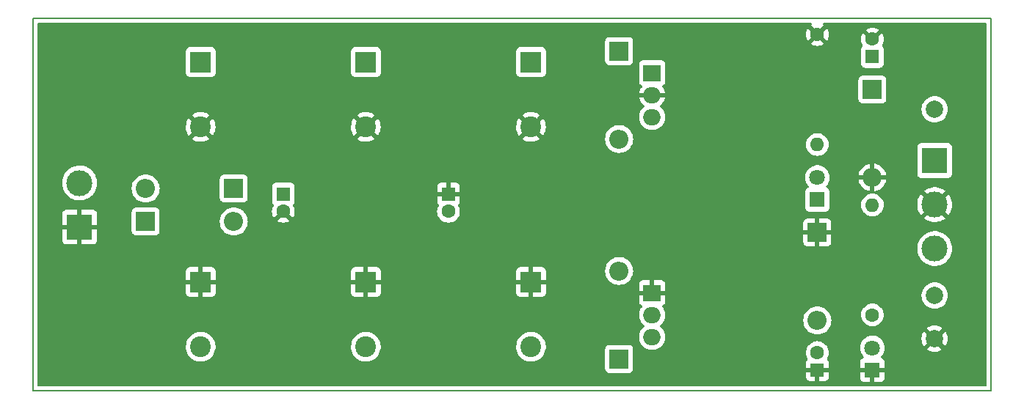
<source format=gtl>
G04 #@! TF.GenerationSoftware,KiCad,Pcbnew,(6.0.0)*
G04 #@! TF.CreationDate,2022-07-07T12:02:20+01:00*
G04 #@! TF.ProjectId,PSU,5053552e-6b69-4636-9164-5f7063625858,rev?*
G04 #@! TF.SameCoordinates,Original*
G04 #@! TF.FileFunction,Copper,L1,Top*
G04 #@! TF.FilePolarity,Positive*
%FSLAX46Y46*%
G04 Gerber Fmt 4.6, Leading zero omitted, Abs format (unit mm)*
G04 Created by KiCad (PCBNEW (6.0.0)) date 2022-07-07 12:02:20*
%MOMM*%
%LPD*%
G01*
G04 APERTURE LIST*
G04 #@! TA.AperFunction,Profile*
%ADD10C,0.150000*%
G04 #@! TD*
G04 #@! TA.AperFunction,ComponentPad*
%ADD11R,3.000000X3.000000*%
G04 #@! TD*
G04 #@! TA.AperFunction,ComponentPad*
%ADD12C,3.000000*%
G04 #@! TD*
G04 #@! TA.AperFunction,ComponentPad*
%ADD13R,1.600000X1.600000*%
G04 #@! TD*
G04 #@! TA.AperFunction,ComponentPad*
%ADD14C,1.600000*%
G04 #@! TD*
G04 #@! TA.AperFunction,ComponentPad*
%ADD15R,2.400000X2.400000*%
G04 #@! TD*
G04 #@! TA.AperFunction,ComponentPad*
%ADD16C,2.400000*%
G04 #@! TD*
G04 #@! TA.AperFunction,ComponentPad*
%ADD17R,1.800000X1.800000*%
G04 #@! TD*
G04 #@! TA.AperFunction,ComponentPad*
%ADD18C,1.800000*%
G04 #@! TD*
G04 #@! TA.AperFunction,ComponentPad*
%ADD19R,2.000000X1.905000*%
G04 #@! TD*
G04 #@! TA.AperFunction,ComponentPad*
%ADD20O,2.000000X1.905000*%
G04 #@! TD*
G04 #@! TA.AperFunction,ComponentPad*
%ADD21O,1.600000X1.600000*%
G04 #@! TD*
G04 #@! TA.AperFunction,ComponentPad*
%ADD22R,2.200000X2.200000*%
G04 #@! TD*
G04 #@! TA.AperFunction,ComponentPad*
%ADD23O,2.200000X2.200000*%
G04 #@! TD*
G04 #@! TA.AperFunction,ComponentPad*
%ADD24C,2.000000*%
G04 #@! TD*
G04 APERTURE END LIST*
D10*
X43000000Y-53000000D02*
X153490000Y-53000000D01*
X153490000Y-96000000D02*
X43000000Y-96000000D01*
X153490000Y-96000000D02*
X153490000Y-53000000D01*
X43000000Y-96000000D02*
X43000000Y-53000000D01*
D11*
X147000000Y-69420000D03*
D12*
X147000000Y-74500000D03*
X147000000Y-79580000D03*
D13*
X71875000Y-73275000D03*
D14*
X71875000Y-75275000D03*
D15*
X100450000Y-58035000D03*
D16*
X100450000Y-65535000D03*
D13*
X90925000Y-73275000D03*
D14*
X90925000Y-75275000D03*
D15*
X81400000Y-83435000D03*
D16*
X81400000Y-90935000D03*
D15*
X100450000Y-83435000D03*
D16*
X100450000Y-90935000D03*
D13*
X139820000Y-57400000D03*
D14*
X139820000Y-55400000D03*
D13*
X133470000Y-93595000D03*
D14*
X133470000Y-91595000D03*
D17*
X139820000Y-93595000D03*
D18*
X139820000Y-91055000D03*
D17*
X133470000Y-73910000D03*
D18*
X133470000Y-71370000D03*
D19*
X114420000Y-84705000D03*
D20*
X114420000Y-87245000D03*
X114420000Y-89785000D03*
D15*
X81400000Y-58035000D03*
D16*
X81400000Y-65535000D03*
D15*
X62350000Y-58035000D03*
D16*
X62350000Y-65535000D03*
D15*
X62350000Y-83435000D03*
D16*
X62350000Y-90935000D03*
D14*
X133470000Y-54860000D03*
D21*
X133470000Y-67560000D03*
D14*
X139820000Y-87245000D03*
D21*
X139820000Y-74545000D03*
D22*
X56000000Y-76450000D03*
D23*
X66160000Y-76450000D03*
D22*
X66160000Y-72640000D03*
D23*
X56000000Y-72640000D03*
D22*
X110610000Y-56765000D03*
D23*
X110610000Y-66925000D03*
D22*
X110610000Y-92325000D03*
D23*
X110610000Y-82165000D03*
D22*
X133470000Y-77720000D03*
D23*
X133470000Y-87880000D03*
D22*
X139820000Y-61210000D03*
D23*
X139820000Y-71370000D03*
D19*
X114420000Y-59305000D03*
D20*
X114420000Y-61845000D03*
X114420000Y-64385000D03*
D24*
X147000000Y-63500000D03*
X147000000Y-90000000D03*
X147000000Y-85000000D03*
D11*
X48380000Y-77085000D03*
D12*
X48380000Y-72005000D03*
G04 #@! TA.AperFunction,Conductor*
G36*
X132788928Y-53528002D02*
G01*
X132835421Y-53581658D01*
X132845525Y-53651932D01*
X132816031Y-53716512D01*
X132793078Y-53737213D01*
X132756952Y-53762509D01*
X132748576Y-53772988D01*
X132755644Y-53786434D01*
X133457188Y-54487978D01*
X133471132Y-54495592D01*
X133472965Y-54495461D01*
X133479580Y-54491210D01*
X134185077Y-53785713D01*
X134191507Y-53773938D01*
X134182211Y-53761923D01*
X134146922Y-53737213D01*
X134102594Y-53681755D01*
X134095285Y-53611136D01*
X134127316Y-53547776D01*
X134188518Y-53511791D01*
X134219193Y-53508000D01*
X152856000Y-53508000D01*
X152924121Y-53528002D01*
X152970614Y-53581658D01*
X152982000Y-53634000D01*
X152982000Y-95366000D01*
X152961998Y-95434121D01*
X152908342Y-95480614D01*
X152856000Y-95492000D01*
X43634000Y-95492000D01*
X43565879Y-95471998D01*
X43519386Y-95418342D01*
X43508000Y-95366000D01*
X43508000Y-94439669D01*
X132162001Y-94439669D01*
X132162371Y-94446490D01*
X132167895Y-94497352D01*
X132171521Y-94512604D01*
X132216676Y-94633054D01*
X132225214Y-94648649D01*
X132301715Y-94750724D01*
X132314276Y-94763285D01*
X132416351Y-94839786D01*
X132431946Y-94848324D01*
X132552394Y-94893478D01*
X132567649Y-94897105D01*
X132618514Y-94902631D01*
X132625328Y-94903000D01*
X133197885Y-94903000D01*
X133213124Y-94898525D01*
X133214329Y-94897135D01*
X133216000Y-94889452D01*
X133216000Y-94884884D01*
X133724000Y-94884884D01*
X133728475Y-94900123D01*
X133729865Y-94901328D01*
X133737548Y-94902999D01*
X134314669Y-94902999D01*
X134321490Y-94902629D01*
X134372352Y-94897105D01*
X134387604Y-94893479D01*
X134508054Y-94848324D01*
X134523649Y-94839786D01*
X134625724Y-94763285D01*
X134638285Y-94750724D01*
X134714786Y-94648649D01*
X134723324Y-94633054D01*
X134758333Y-94539669D01*
X138412001Y-94539669D01*
X138412371Y-94546490D01*
X138417895Y-94597352D01*
X138421521Y-94612604D01*
X138466676Y-94733054D01*
X138475214Y-94748649D01*
X138551715Y-94850724D01*
X138564276Y-94863285D01*
X138666351Y-94939786D01*
X138681946Y-94948324D01*
X138802394Y-94993478D01*
X138817649Y-94997105D01*
X138868514Y-95002631D01*
X138875328Y-95003000D01*
X139547885Y-95003000D01*
X139563124Y-94998525D01*
X139564329Y-94997135D01*
X139566000Y-94989452D01*
X139566000Y-94984884D01*
X140074000Y-94984884D01*
X140078475Y-95000123D01*
X140079865Y-95001328D01*
X140087548Y-95002999D01*
X140764669Y-95002999D01*
X140771490Y-95002629D01*
X140822352Y-94997105D01*
X140837604Y-94993479D01*
X140958054Y-94948324D01*
X140973649Y-94939786D01*
X141075724Y-94863285D01*
X141088285Y-94850724D01*
X141164786Y-94748649D01*
X141173324Y-94733054D01*
X141218478Y-94612606D01*
X141222105Y-94597351D01*
X141227631Y-94546486D01*
X141228000Y-94539672D01*
X141228000Y-93867115D01*
X141223525Y-93851876D01*
X141222135Y-93850671D01*
X141214452Y-93849000D01*
X140092115Y-93849000D01*
X140076876Y-93853475D01*
X140075671Y-93854865D01*
X140074000Y-93862548D01*
X140074000Y-94984884D01*
X139566000Y-94984884D01*
X139566000Y-93867115D01*
X139561525Y-93851876D01*
X139560135Y-93850671D01*
X139552452Y-93849000D01*
X138430116Y-93849000D01*
X138414877Y-93853475D01*
X138413672Y-93854865D01*
X138412001Y-93862548D01*
X138412001Y-94539669D01*
X134758333Y-94539669D01*
X134768478Y-94512606D01*
X134772105Y-94497351D01*
X134777631Y-94446486D01*
X134778000Y-94439672D01*
X134778000Y-93867115D01*
X134773525Y-93851876D01*
X134772135Y-93850671D01*
X134764452Y-93849000D01*
X133742115Y-93849000D01*
X133726876Y-93853475D01*
X133725671Y-93854865D01*
X133724000Y-93862548D01*
X133724000Y-94884884D01*
X133216000Y-94884884D01*
X133216000Y-93867115D01*
X133211525Y-93851876D01*
X133210135Y-93850671D01*
X133202452Y-93849000D01*
X132180116Y-93849000D01*
X132164877Y-93853475D01*
X132163672Y-93854865D01*
X132162001Y-93862548D01*
X132162001Y-94439669D01*
X43508000Y-94439669D01*
X43508000Y-93473134D01*
X109001500Y-93473134D01*
X109008255Y-93535316D01*
X109059385Y-93671705D01*
X109146739Y-93788261D01*
X109263295Y-93875615D01*
X109399684Y-93926745D01*
X109461866Y-93933500D01*
X111758134Y-93933500D01*
X111820316Y-93926745D01*
X111956705Y-93875615D01*
X112073261Y-93788261D01*
X112160615Y-93671705D01*
X112211745Y-93535316D01*
X112218500Y-93473134D01*
X112218500Y-91595000D01*
X132156502Y-91595000D01*
X132176457Y-91823087D01*
X132177881Y-91828400D01*
X132177881Y-91828402D01*
X132217070Y-91974654D01*
X132235716Y-92044243D01*
X132238039Y-92049224D01*
X132238039Y-92049225D01*
X132330151Y-92246762D01*
X132330154Y-92246767D01*
X132332477Y-92251749D01*
X132335637Y-92256262D01*
X132336590Y-92257624D01*
X132336825Y-92258320D01*
X132338383Y-92261019D01*
X132337840Y-92261332D01*
X132359274Y-92324900D01*
X132341985Y-92393759D01*
X132319344Y-92419081D01*
X132320627Y-92420364D01*
X132301715Y-92439276D01*
X132225214Y-92541351D01*
X132216676Y-92556946D01*
X132171522Y-92677394D01*
X132167895Y-92692649D01*
X132162369Y-92743514D01*
X132162000Y-92750328D01*
X132162000Y-93322885D01*
X132166475Y-93338124D01*
X132167865Y-93339329D01*
X132175548Y-93341000D01*
X134759884Y-93341000D01*
X134775123Y-93336525D01*
X134776328Y-93335135D01*
X134777999Y-93327452D01*
X134777999Y-92750331D01*
X134777629Y-92743510D01*
X134772105Y-92692648D01*
X134768479Y-92677396D01*
X134723324Y-92556946D01*
X134714786Y-92541351D01*
X134638285Y-92439276D01*
X134619373Y-92420364D01*
X134621631Y-92418106D01*
X134588543Y-92373846D01*
X134583524Y-92303027D01*
X134601861Y-92261160D01*
X134601617Y-92261019D01*
X134602885Y-92258823D01*
X134603410Y-92257624D01*
X134604363Y-92256262D01*
X134607523Y-92251749D01*
X134609846Y-92246767D01*
X134609849Y-92246762D01*
X134701961Y-92049225D01*
X134701961Y-92049224D01*
X134704284Y-92044243D01*
X134722931Y-91974654D01*
X134762119Y-91828402D01*
X134762119Y-91828400D01*
X134763543Y-91823087D01*
X134783498Y-91595000D01*
X134763543Y-91366913D01*
X134738096Y-91271944D01*
X134705707Y-91151067D01*
X134705706Y-91151065D01*
X134704284Y-91145757D01*
X134689795Y-91114684D01*
X134645862Y-91020469D01*
X138407095Y-91020469D01*
X138407392Y-91025622D01*
X138407392Y-91025625D01*
X138420129Y-91246529D01*
X138420427Y-91251697D01*
X138421564Y-91256743D01*
X138421565Y-91256749D01*
X138445194Y-91361598D01*
X138471346Y-91477642D01*
X138473288Y-91482424D01*
X138473289Y-91482428D01*
X138535642Y-91635984D01*
X138558484Y-91692237D01*
X138679501Y-91889719D01*
X138682882Y-91893622D01*
X138791653Y-92019191D01*
X138821135Y-92083776D01*
X138811020Y-92154049D01*
X138764519Y-92207697D01*
X138740646Y-92219670D01*
X138681944Y-92241677D01*
X138666351Y-92250214D01*
X138564276Y-92326715D01*
X138551715Y-92339276D01*
X138475214Y-92441351D01*
X138466676Y-92456946D01*
X138421522Y-92577394D01*
X138417895Y-92592649D01*
X138412369Y-92643514D01*
X138412000Y-92650328D01*
X138412000Y-93322885D01*
X138416475Y-93338124D01*
X138417865Y-93339329D01*
X138425548Y-93341000D01*
X141209884Y-93341000D01*
X141225123Y-93336525D01*
X141226328Y-93335135D01*
X141227999Y-93327452D01*
X141227999Y-92650331D01*
X141227629Y-92643510D01*
X141222105Y-92592648D01*
X141218479Y-92577396D01*
X141173324Y-92456946D01*
X141164786Y-92441351D01*
X141088285Y-92339276D01*
X141075724Y-92326715D01*
X140973649Y-92250214D01*
X140958052Y-92241675D01*
X140899415Y-92219693D01*
X140842650Y-92177052D01*
X140817950Y-92110490D01*
X140833157Y-92041141D01*
X140854703Y-92012461D01*
X140892641Y-91974654D01*
X140896303Y-91971005D01*
X141031458Y-91782917D01*
X141078641Y-91687450D01*
X141131784Y-91579922D01*
X141131785Y-91579920D01*
X141134078Y-91575280D01*
X141201408Y-91353671D01*
X141217338Y-91232670D01*
X146132160Y-91232670D01*
X146137887Y-91240320D01*
X146309042Y-91345205D01*
X146317837Y-91349687D01*
X146527988Y-91436734D01*
X146537373Y-91439783D01*
X146758554Y-91492885D01*
X146768301Y-91494428D01*
X146995070Y-91512275D01*
X147004930Y-91512275D01*
X147231699Y-91494428D01*
X147241446Y-91492885D01*
X147462627Y-91439783D01*
X147472012Y-91436734D01*
X147682163Y-91349687D01*
X147690958Y-91345205D01*
X147858445Y-91242568D01*
X147867907Y-91232110D01*
X147864124Y-91223334D01*
X147012812Y-90372022D01*
X146998868Y-90364408D01*
X146997035Y-90364539D01*
X146990420Y-90368790D01*
X146138920Y-91220290D01*
X146132160Y-91232670D01*
X141217338Y-91232670D01*
X141231640Y-91124041D01*
X141231869Y-91114684D01*
X141233245Y-91058365D01*
X141233245Y-91058361D01*
X141233327Y-91055000D01*
X141224407Y-90946502D01*
X141214773Y-90829318D01*
X141214772Y-90829312D01*
X141214349Y-90824167D01*
X141157925Y-90599533D01*
X141155866Y-90594797D01*
X141067630Y-90391868D01*
X141067628Y-90391865D01*
X141065570Y-90387131D01*
X140939764Y-90192665D01*
X140914009Y-90164360D01*
X140873308Y-90119631D01*
X140783887Y-90021358D01*
X140779836Y-90018159D01*
X140779832Y-90018155D01*
X140763086Y-90004930D01*
X145487725Y-90004930D01*
X145505572Y-90231699D01*
X145507115Y-90241446D01*
X145560217Y-90462627D01*
X145563266Y-90472012D01*
X145650313Y-90682163D01*
X145654795Y-90690958D01*
X145757432Y-90858445D01*
X145767890Y-90867907D01*
X145776666Y-90864124D01*
X146627978Y-90012812D01*
X146634356Y-90001132D01*
X147364408Y-90001132D01*
X147364539Y-90002965D01*
X147368790Y-90009580D01*
X148220290Y-90861080D01*
X148232670Y-90867840D01*
X148240320Y-90862113D01*
X148345205Y-90690958D01*
X148349687Y-90682163D01*
X148436734Y-90472012D01*
X148439783Y-90462627D01*
X148492885Y-90241446D01*
X148494428Y-90231699D01*
X148512275Y-90004930D01*
X148512275Y-89995070D01*
X148494428Y-89768301D01*
X148492885Y-89758554D01*
X148439783Y-89537373D01*
X148436734Y-89527988D01*
X148349687Y-89317837D01*
X148345205Y-89309042D01*
X148242568Y-89141555D01*
X148232110Y-89132093D01*
X148223334Y-89135876D01*
X147372022Y-89987188D01*
X147364408Y-90001132D01*
X146634356Y-90001132D01*
X146635592Y-89998868D01*
X146635461Y-89997035D01*
X146631210Y-89990420D01*
X145779710Y-89138920D01*
X145767330Y-89132160D01*
X145759680Y-89137887D01*
X145654795Y-89309042D01*
X145650313Y-89317837D01*
X145563266Y-89527988D01*
X145560217Y-89537373D01*
X145507115Y-89758554D01*
X145505572Y-89768301D01*
X145487725Y-89995070D01*
X145487725Y-90004930D01*
X140763086Y-90004930D01*
X140606177Y-89881011D01*
X140606172Y-89881008D01*
X140602123Y-89877810D01*
X140597607Y-89875317D01*
X140597604Y-89875315D01*
X140403879Y-89768373D01*
X140403875Y-89768371D01*
X140399355Y-89765876D01*
X140394486Y-89764152D01*
X140394482Y-89764150D01*
X140185903Y-89690288D01*
X140185899Y-89690287D01*
X140181028Y-89688562D01*
X140175935Y-89687655D01*
X140175932Y-89687654D01*
X139958095Y-89648851D01*
X139958089Y-89648850D01*
X139953006Y-89647945D01*
X139878673Y-89647037D01*
X139726581Y-89645179D01*
X139726579Y-89645179D01*
X139721411Y-89645116D01*
X139492464Y-89680150D01*
X139272314Y-89752106D01*
X139267726Y-89754494D01*
X139267722Y-89754496D01*
X139071461Y-89856663D01*
X139066872Y-89859052D01*
X139062739Y-89862155D01*
X139062736Y-89862157D01*
X138896211Y-89987188D01*
X138881655Y-89998117D01*
X138878083Y-90001855D01*
X138725525Y-90161498D01*
X138721639Y-90165564D01*
X138718725Y-90169836D01*
X138718724Y-90169837D01*
X138700189Y-90197009D01*
X138591119Y-90356899D01*
X138493602Y-90566981D01*
X138431707Y-90790169D01*
X138407095Y-91020469D01*
X134645862Y-91020469D01*
X134609849Y-90943238D01*
X134609846Y-90943233D01*
X134607523Y-90938251D01*
X134496554Y-90779771D01*
X134479357Y-90755211D01*
X134479355Y-90755208D01*
X134476198Y-90750700D01*
X134314300Y-90588802D01*
X134309792Y-90585645D01*
X134309789Y-90585643D01*
X134147507Y-90472012D01*
X134126749Y-90457477D01*
X134121767Y-90455154D01*
X134121762Y-90455151D01*
X133924225Y-90363039D01*
X133924224Y-90363039D01*
X133919243Y-90360716D01*
X133913935Y-90359294D01*
X133913933Y-90359293D01*
X133703402Y-90302881D01*
X133703400Y-90302881D01*
X133698087Y-90301457D01*
X133470000Y-90281502D01*
X133241913Y-90301457D01*
X133236600Y-90302881D01*
X133236598Y-90302881D01*
X133026067Y-90359293D01*
X133026065Y-90359294D01*
X133020757Y-90360716D01*
X133015776Y-90363039D01*
X133015775Y-90363039D01*
X132818238Y-90455151D01*
X132818233Y-90455154D01*
X132813251Y-90457477D01*
X132792493Y-90472012D01*
X132630211Y-90585643D01*
X132630208Y-90585645D01*
X132625700Y-90588802D01*
X132463802Y-90750700D01*
X132460645Y-90755208D01*
X132460643Y-90755211D01*
X132443446Y-90779771D01*
X132332477Y-90938251D01*
X132330154Y-90943233D01*
X132330151Y-90943238D01*
X132250205Y-91114684D01*
X132235716Y-91145757D01*
X132234294Y-91151065D01*
X132234293Y-91151067D01*
X132201904Y-91271944D01*
X132176457Y-91366913D01*
X132156502Y-91595000D01*
X112218500Y-91595000D01*
X112218500Y-91176866D01*
X112211745Y-91114684D01*
X112160615Y-90978295D01*
X112073261Y-90861739D01*
X111956705Y-90774385D01*
X111820316Y-90723255D01*
X111758134Y-90716500D01*
X109461866Y-90716500D01*
X109399684Y-90723255D01*
X109263295Y-90774385D01*
X109146739Y-90861739D01*
X109059385Y-90978295D01*
X109008255Y-91114684D01*
X109001500Y-91176866D01*
X109001500Y-93473134D01*
X43508000Y-93473134D01*
X43508000Y-90890151D01*
X60637296Y-90890151D01*
X60637520Y-90894817D01*
X60637520Y-90894822D01*
X60638936Y-90924301D01*
X60649480Y-91143798D01*
X60671947Y-91256749D01*
X60690207Y-91348544D01*
X60699021Y-91392857D01*
X60700600Y-91397255D01*
X60700602Y-91397262D01*
X60745022Y-91520980D01*
X60784831Y-91631858D01*
X60787048Y-91635984D01*
X60887582Y-91823087D01*
X60905025Y-91855551D01*
X60907820Y-91859294D01*
X60907822Y-91859297D01*
X61054171Y-92055282D01*
X61054176Y-92055288D01*
X61056963Y-92059020D01*
X61060272Y-92062300D01*
X61060277Y-92062306D01*
X61206943Y-92207697D01*
X61237307Y-92237797D01*
X61241069Y-92240555D01*
X61241072Y-92240558D01*
X61422854Y-92373846D01*
X61442094Y-92387953D01*
X61446229Y-92390129D01*
X61446233Y-92390131D01*
X61453129Y-92393759D01*
X61666827Y-92506191D01*
X61767510Y-92541351D01*
X61870728Y-92577396D01*
X61906568Y-92589912D01*
X62156050Y-92637278D01*
X62276532Y-92642011D01*
X62405125Y-92647064D01*
X62405130Y-92647064D01*
X62409793Y-92647247D01*
X62508774Y-92636407D01*
X62657569Y-92620112D01*
X62657575Y-92620111D01*
X62662222Y-92619602D01*
X62771680Y-92590784D01*
X62903273Y-92556138D01*
X62907793Y-92554948D01*
X63026353Y-92504011D01*
X63136807Y-92456557D01*
X63136810Y-92456555D01*
X63141110Y-92454708D01*
X63145090Y-92452245D01*
X63145094Y-92452243D01*
X63353064Y-92323547D01*
X63353066Y-92323545D01*
X63357047Y-92321082D01*
X63360624Y-92318054D01*
X63547289Y-92160031D01*
X63547291Y-92160029D01*
X63550862Y-92157006D01*
X63718295Y-91966084D01*
X63770246Y-91885318D01*
X63853141Y-91756442D01*
X63855669Y-91752512D01*
X63959967Y-91520980D01*
X64028896Y-91276575D01*
X64056656Y-91058365D01*
X64060545Y-91027798D01*
X64060545Y-91027792D01*
X64060943Y-91024667D01*
X64061188Y-91015336D01*
X64063208Y-90938160D01*
X64063291Y-90935000D01*
X64059958Y-90890151D01*
X79687296Y-90890151D01*
X79687520Y-90894817D01*
X79687520Y-90894822D01*
X79688936Y-90924301D01*
X79699480Y-91143798D01*
X79721947Y-91256749D01*
X79740207Y-91348544D01*
X79749021Y-91392857D01*
X79750600Y-91397255D01*
X79750602Y-91397262D01*
X79795022Y-91520980D01*
X79834831Y-91631858D01*
X79837048Y-91635984D01*
X79937582Y-91823087D01*
X79955025Y-91855551D01*
X79957820Y-91859294D01*
X79957822Y-91859297D01*
X80104171Y-92055282D01*
X80104176Y-92055288D01*
X80106963Y-92059020D01*
X80110272Y-92062300D01*
X80110277Y-92062306D01*
X80256943Y-92207697D01*
X80287307Y-92237797D01*
X80291069Y-92240555D01*
X80291072Y-92240558D01*
X80472854Y-92373846D01*
X80492094Y-92387953D01*
X80496229Y-92390129D01*
X80496233Y-92390131D01*
X80503129Y-92393759D01*
X80716827Y-92506191D01*
X80817510Y-92541351D01*
X80920728Y-92577396D01*
X80956568Y-92589912D01*
X81206050Y-92637278D01*
X81326532Y-92642011D01*
X81455125Y-92647064D01*
X81455130Y-92647064D01*
X81459793Y-92647247D01*
X81558774Y-92636407D01*
X81707569Y-92620112D01*
X81707575Y-92620111D01*
X81712222Y-92619602D01*
X81821680Y-92590784D01*
X81953273Y-92556138D01*
X81957793Y-92554948D01*
X82076353Y-92504011D01*
X82186807Y-92456557D01*
X82186810Y-92456555D01*
X82191110Y-92454708D01*
X82195090Y-92452245D01*
X82195094Y-92452243D01*
X82403064Y-92323547D01*
X82403066Y-92323545D01*
X82407047Y-92321082D01*
X82410624Y-92318054D01*
X82597289Y-92160031D01*
X82597291Y-92160029D01*
X82600862Y-92157006D01*
X82768295Y-91966084D01*
X82820246Y-91885318D01*
X82903141Y-91756442D01*
X82905669Y-91752512D01*
X83009967Y-91520980D01*
X83078896Y-91276575D01*
X83106656Y-91058365D01*
X83110545Y-91027798D01*
X83110545Y-91027792D01*
X83110943Y-91024667D01*
X83111188Y-91015336D01*
X83113208Y-90938160D01*
X83113291Y-90935000D01*
X83109958Y-90890151D01*
X98737296Y-90890151D01*
X98737520Y-90894817D01*
X98737520Y-90894822D01*
X98738936Y-90924301D01*
X98749480Y-91143798D01*
X98771947Y-91256749D01*
X98790207Y-91348544D01*
X98799021Y-91392857D01*
X98800600Y-91397255D01*
X98800602Y-91397262D01*
X98845022Y-91520980D01*
X98884831Y-91631858D01*
X98887048Y-91635984D01*
X98987582Y-91823087D01*
X99005025Y-91855551D01*
X99007820Y-91859294D01*
X99007822Y-91859297D01*
X99154171Y-92055282D01*
X99154176Y-92055288D01*
X99156963Y-92059020D01*
X99160272Y-92062300D01*
X99160277Y-92062306D01*
X99306943Y-92207697D01*
X99337307Y-92237797D01*
X99341069Y-92240555D01*
X99341072Y-92240558D01*
X99522854Y-92373846D01*
X99542094Y-92387953D01*
X99546229Y-92390129D01*
X99546233Y-92390131D01*
X99553129Y-92393759D01*
X99766827Y-92506191D01*
X99867510Y-92541351D01*
X99970728Y-92577396D01*
X100006568Y-92589912D01*
X100256050Y-92637278D01*
X100376532Y-92642011D01*
X100505125Y-92647064D01*
X100505130Y-92647064D01*
X100509793Y-92647247D01*
X100608774Y-92636407D01*
X100757569Y-92620112D01*
X100757575Y-92620111D01*
X100762222Y-92619602D01*
X100871680Y-92590784D01*
X101003273Y-92556138D01*
X101007793Y-92554948D01*
X101126353Y-92504011D01*
X101236807Y-92456557D01*
X101236810Y-92456555D01*
X101241110Y-92454708D01*
X101245090Y-92452245D01*
X101245094Y-92452243D01*
X101453064Y-92323547D01*
X101453066Y-92323545D01*
X101457047Y-92321082D01*
X101460624Y-92318054D01*
X101647289Y-92160031D01*
X101647291Y-92160029D01*
X101650862Y-92157006D01*
X101818295Y-91966084D01*
X101870246Y-91885318D01*
X101953141Y-91756442D01*
X101955669Y-91752512D01*
X102059967Y-91520980D01*
X102128896Y-91276575D01*
X102156656Y-91058365D01*
X102160545Y-91027798D01*
X102160545Y-91027792D01*
X102160943Y-91024667D01*
X102161188Y-91015336D01*
X102163208Y-90938160D01*
X102163291Y-90935000D01*
X102157447Y-90856358D01*
X102144818Y-90686411D01*
X102144817Y-90686407D01*
X102144472Y-90681759D01*
X102126047Y-90600330D01*
X102089459Y-90438639D01*
X102088428Y-90434082D01*
X102064294Y-90372022D01*
X101998084Y-90201762D01*
X101998083Y-90201760D01*
X101996391Y-90197409D01*
X101991492Y-90188838D01*
X101872702Y-89980997D01*
X101872700Y-89980995D01*
X101870383Y-89976940D01*
X101799688Y-89887263D01*
X112910064Y-89887263D01*
X112946404Y-90124744D01*
X112971577Y-90201762D01*
X113019434Y-90348183D01*
X113019437Y-90348189D01*
X113021042Y-90353101D01*
X113023429Y-90357687D01*
X113023431Y-90357691D01*
X113129584Y-90561607D01*
X113131975Y-90566200D01*
X113135085Y-90570342D01*
X113270502Y-90750700D01*
X113276223Y-90758320D01*
X113449912Y-90924301D01*
X113563655Y-91001891D01*
X113641509Y-91055000D01*
X113648378Y-91059686D01*
X113653061Y-91061860D01*
X113653065Y-91061862D01*
X113861595Y-91158658D01*
X113861599Y-91158659D01*
X113866290Y-91160837D01*
X114097798Y-91225040D01*
X114102935Y-91225589D01*
X114290593Y-91245644D01*
X114290601Y-91245644D01*
X114293928Y-91246000D01*
X114528402Y-91246000D01*
X114530975Y-91245788D01*
X114530986Y-91245788D01*
X114631946Y-91237487D01*
X114706937Y-91231322D01*
X114939944Y-91172794D01*
X115090605Y-91107285D01*
X115155526Y-91079057D01*
X115155529Y-91079055D01*
X115160263Y-91076997D01*
X115312833Y-90978295D01*
X115357637Y-90949310D01*
X115357640Y-90949308D01*
X115361977Y-90946502D01*
X115539670Y-90784814D01*
X115652341Y-90642148D01*
X115685367Y-90600330D01*
X115685370Y-90600325D01*
X115688568Y-90596276D01*
X115701995Y-90571954D01*
X115802177Y-90390474D01*
X115802179Y-90390470D01*
X115804674Y-90385950D01*
X115809607Y-90372022D01*
X115883144Y-90164360D01*
X115883145Y-90164356D01*
X115884870Y-90159485D01*
X115890183Y-90129659D01*
X115926095Y-89928052D01*
X115926096Y-89928046D01*
X115927001Y-89922963D01*
X115929059Y-89754496D01*
X115929873Y-89687907D01*
X115929873Y-89687905D01*
X115929936Y-89682737D01*
X115893596Y-89445256D01*
X115836468Y-89270470D01*
X115820566Y-89221817D01*
X115820563Y-89221811D01*
X115818958Y-89216899D01*
X115803868Y-89187910D01*
X115710416Y-89008393D01*
X115708025Y-89003800D01*
X115563777Y-88811680D01*
X115490433Y-88741591D01*
X115393825Y-88649270D01*
X115393824Y-88649269D01*
X115390088Y-88645699D01*
X115353097Y-88620465D01*
X115308096Y-88565556D01*
X115299925Y-88495032D01*
X115331179Y-88431284D01*
X115355660Y-88410589D01*
X115357635Y-88409311D01*
X115361977Y-88406502D01*
X115539670Y-88244814D01*
X115628447Y-88132403D01*
X115685367Y-88060330D01*
X115685370Y-88060325D01*
X115688568Y-88056276D01*
X115702885Y-88030342D01*
X115785878Y-87880000D01*
X131856526Y-87880000D01*
X131876391Y-88132403D01*
X131877545Y-88137210D01*
X131877546Y-88137216D01*
X131904911Y-88251198D01*
X131935495Y-88378591D01*
X131937388Y-88383162D01*
X131937389Y-88383164D01*
X132026674Y-88598716D01*
X132032384Y-88612502D01*
X132164672Y-88828376D01*
X132329102Y-89020898D01*
X132521624Y-89185328D01*
X132737498Y-89317616D01*
X132742068Y-89319509D01*
X132742072Y-89319511D01*
X132961776Y-89410515D01*
X132971409Y-89414505D01*
X133054966Y-89434565D01*
X133212784Y-89472454D01*
X133212790Y-89472455D01*
X133217597Y-89473609D01*
X133470000Y-89493474D01*
X133722403Y-89473609D01*
X133727210Y-89472455D01*
X133727216Y-89472454D01*
X133885034Y-89434565D01*
X133968591Y-89414505D01*
X133978224Y-89410515D01*
X134197928Y-89319511D01*
X134197932Y-89319509D01*
X134202502Y-89317616D01*
X134418376Y-89185328D01*
X134610898Y-89020898D01*
X134775328Y-88828376D01*
X134812394Y-88767890D01*
X146132093Y-88767890D01*
X146135876Y-88776666D01*
X146987188Y-89627978D01*
X147001132Y-89635592D01*
X147002965Y-89635461D01*
X147009580Y-89631210D01*
X147861080Y-88779710D01*
X147867840Y-88767330D01*
X147862113Y-88759680D01*
X147690958Y-88654795D01*
X147682163Y-88650313D01*
X147472012Y-88563266D01*
X147462627Y-88560217D01*
X147241446Y-88507115D01*
X147231699Y-88505572D01*
X147004930Y-88487725D01*
X146995070Y-88487725D01*
X146768301Y-88505572D01*
X146758554Y-88507115D01*
X146537373Y-88560217D01*
X146527988Y-88563266D01*
X146317837Y-88650313D01*
X146309042Y-88654795D01*
X146141555Y-88757432D01*
X146132093Y-88767890D01*
X134812394Y-88767890D01*
X134907616Y-88612502D01*
X134913327Y-88598716D01*
X135002611Y-88383164D01*
X135002612Y-88383162D01*
X135004505Y-88378591D01*
X135035089Y-88251198D01*
X135062454Y-88137216D01*
X135062455Y-88137210D01*
X135063609Y-88132403D01*
X135083474Y-87880000D01*
X135063609Y-87627597D01*
X135061662Y-87619485D01*
X135005660Y-87386221D01*
X135004505Y-87381409D01*
X134992480Y-87352377D01*
X134948003Y-87245000D01*
X138506502Y-87245000D01*
X138526457Y-87473087D01*
X138527881Y-87478400D01*
X138527881Y-87478402D01*
X138565685Y-87619485D01*
X138585716Y-87694243D01*
X138588039Y-87699224D01*
X138588039Y-87699225D01*
X138680151Y-87896762D01*
X138680154Y-87896767D01*
X138682477Y-87901749D01*
X138813802Y-88089300D01*
X138975700Y-88251198D01*
X138980208Y-88254355D01*
X138980211Y-88254357D01*
X139058389Y-88309098D01*
X139163251Y-88382523D01*
X139168233Y-88384846D01*
X139168238Y-88384849D01*
X139338932Y-88464444D01*
X139370757Y-88479284D01*
X139376065Y-88480706D01*
X139376067Y-88480707D01*
X139586598Y-88537119D01*
X139586600Y-88537119D01*
X139591913Y-88538543D01*
X139820000Y-88558498D01*
X140048087Y-88538543D01*
X140053400Y-88537119D01*
X140053402Y-88537119D01*
X140263933Y-88480707D01*
X140263935Y-88480706D01*
X140269243Y-88479284D01*
X140301068Y-88464444D01*
X140471762Y-88384849D01*
X140471767Y-88384846D01*
X140476749Y-88382523D01*
X140581611Y-88309098D01*
X140659789Y-88254357D01*
X140659792Y-88254355D01*
X140664300Y-88251198D01*
X140826198Y-88089300D01*
X140957523Y-87901749D01*
X140959846Y-87896767D01*
X140959849Y-87896762D01*
X141051961Y-87699225D01*
X141051961Y-87699224D01*
X141054284Y-87694243D01*
X141074316Y-87619485D01*
X141112119Y-87478402D01*
X141112119Y-87478400D01*
X141113543Y-87473087D01*
X141133498Y-87245000D01*
X141113543Y-87016913D01*
X141090690Y-86931624D01*
X141055707Y-86801067D01*
X141055706Y-86801065D01*
X141054284Y-86795757D01*
X141026370Y-86735894D01*
X140959849Y-86593238D01*
X140959846Y-86593233D01*
X140957523Y-86588251D01*
X140852486Y-86438243D01*
X140829357Y-86405211D01*
X140829355Y-86405208D01*
X140826198Y-86400700D01*
X140664300Y-86238802D01*
X140659792Y-86235645D01*
X140659789Y-86235643D01*
X140487017Y-86114667D01*
X140476749Y-86107477D01*
X140471767Y-86105154D01*
X140471762Y-86105151D01*
X140274225Y-86013039D01*
X140274224Y-86013039D01*
X140269243Y-86010716D01*
X140263935Y-86009294D01*
X140263933Y-86009293D01*
X140053402Y-85952881D01*
X140053400Y-85952881D01*
X140048087Y-85951457D01*
X139820000Y-85931502D01*
X139591913Y-85951457D01*
X139586600Y-85952881D01*
X139586598Y-85952881D01*
X139376067Y-86009293D01*
X139376065Y-86009294D01*
X139370757Y-86010716D01*
X139365776Y-86013039D01*
X139365775Y-86013039D01*
X139168238Y-86105151D01*
X139168233Y-86105154D01*
X139163251Y-86107477D01*
X139152983Y-86114667D01*
X138980211Y-86235643D01*
X138980208Y-86235645D01*
X138975700Y-86238802D01*
X138813802Y-86400700D01*
X138810645Y-86405208D01*
X138810643Y-86405211D01*
X138787514Y-86438243D01*
X138682477Y-86588251D01*
X138680154Y-86593233D01*
X138680151Y-86593238D01*
X138613630Y-86735894D01*
X138585716Y-86795757D01*
X138584294Y-86801065D01*
X138584293Y-86801067D01*
X138549310Y-86931624D01*
X138526457Y-87016913D01*
X138506502Y-87245000D01*
X134948003Y-87245000D01*
X134909511Y-87152072D01*
X134909509Y-87152068D01*
X134907616Y-87147498D01*
X134775328Y-86931624D01*
X134610898Y-86739102D01*
X134418376Y-86574672D01*
X134202502Y-86442384D01*
X134197932Y-86440491D01*
X134197928Y-86440489D01*
X133973164Y-86347389D01*
X133973162Y-86347388D01*
X133968591Y-86345495D01*
X133825887Y-86311235D01*
X133727216Y-86287546D01*
X133727210Y-86287545D01*
X133722403Y-86286391D01*
X133470000Y-86266526D01*
X133217597Y-86286391D01*
X133212790Y-86287545D01*
X133212784Y-86287546D01*
X133114113Y-86311235D01*
X132971409Y-86345495D01*
X132966838Y-86347388D01*
X132966836Y-86347389D01*
X132742072Y-86440489D01*
X132742068Y-86440491D01*
X132737498Y-86442384D01*
X132521624Y-86574672D01*
X132329102Y-86739102D01*
X132164672Y-86931624D01*
X132032384Y-87147498D01*
X132030491Y-87152068D01*
X132030489Y-87152072D01*
X131947520Y-87352377D01*
X131935495Y-87381409D01*
X131934340Y-87386221D01*
X131878339Y-87619485D01*
X131876391Y-87627597D01*
X131856526Y-87880000D01*
X115785878Y-87880000D01*
X115802177Y-87850474D01*
X115802179Y-87850470D01*
X115804674Y-87845950D01*
X115856633Y-87699225D01*
X115883144Y-87624360D01*
X115883145Y-87624356D01*
X115884870Y-87619485D01*
X115890183Y-87589659D01*
X115926095Y-87388052D01*
X115926096Y-87388046D01*
X115927001Y-87382963D01*
X115928687Y-87245000D01*
X115929873Y-87147907D01*
X115929873Y-87147905D01*
X115929936Y-87142737D01*
X115893596Y-86905256D01*
X115839289Y-86739102D01*
X115820566Y-86681817D01*
X115820563Y-86681811D01*
X115818958Y-86676899D01*
X115772811Y-86588251D01*
X115710416Y-86468393D01*
X115708025Y-86463800D01*
X115591272Y-86308300D01*
X115566367Y-86241818D01*
X115581359Y-86172422D01*
X115631489Y-86122148D01*
X115647803Y-86114667D01*
X115658054Y-86110824D01*
X115673649Y-86102286D01*
X115775724Y-86025785D01*
X115788285Y-86013224D01*
X115864786Y-85911149D01*
X115873324Y-85895554D01*
X115918478Y-85775106D01*
X115922105Y-85759851D01*
X115927631Y-85708986D01*
X115928000Y-85702172D01*
X115928000Y-85000000D01*
X145486835Y-85000000D01*
X145505465Y-85236711D01*
X145560895Y-85467594D01*
X145651760Y-85686963D01*
X145654346Y-85691183D01*
X145773241Y-85885202D01*
X145773245Y-85885208D01*
X145775824Y-85889416D01*
X145930031Y-86069969D01*
X146110584Y-86224176D01*
X146114792Y-86226755D01*
X146114798Y-86226759D01*
X146306673Y-86344340D01*
X146313037Y-86348240D01*
X146317607Y-86350133D01*
X146317611Y-86350135D01*
X146519415Y-86433724D01*
X146532406Y-86439105D01*
X146556836Y-86444970D01*
X146758476Y-86493380D01*
X146758482Y-86493381D01*
X146763289Y-86494535D01*
X147000000Y-86513165D01*
X147236711Y-86494535D01*
X147241518Y-86493381D01*
X147241524Y-86493380D01*
X147443164Y-86444970D01*
X147467594Y-86439105D01*
X147480585Y-86433724D01*
X147682389Y-86350135D01*
X147682393Y-86350133D01*
X147686963Y-86348240D01*
X147693327Y-86344340D01*
X147885202Y-86226759D01*
X147885208Y-86226755D01*
X147889416Y-86224176D01*
X148069969Y-86069969D01*
X148224176Y-85889416D01*
X148226755Y-85885208D01*
X148226759Y-85885202D01*
X148345654Y-85691183D01*
X148348240Y-85686963D01*
X148439105Y-85467594D01*
X148494535Y-85236711D01*
X148513165Y-85000000D01*
X148494535Y-84763289D01*
X148491971Y-84752606D01*
X148440260Y-84537218D01*
X148439105Y-84532406D01*
X148404694Y-84449329D01*
X148350135Y-84317611D01*
X148350133Y-84317607D01*
X148348240Y-84313037D01*
X148345654Y-84308817D01*
X148226759Y-84114798D01*
X148226755Y-84114792D01*
X148224176Y-84110584D01*
X148069969Y-83930031D01*
X147889416Y-83775824D01*
X147885208Y-83773245D01*
X147885202Y-83773241D01*
X147691183Y-83654346D01*
X147686963Y-83651760D01*
X147682393Y-83649867D01*
X147682389Y-83649865D01*
X147472167Y-83562789D01*
X147472165Y-83562788D01*
X147467594Y-83560895D01*
X147387391Y-83541640D01*
X147241524Y-83506620D01*
X147241518Y-83506619D01*
X147236711Y-83505465D01*
X147000000Y-83486835D01*
X146763289Y-83505465D01*
X146758482Y-83506619D01*
X146758476Y-83506620D01*
X146612609Y-83541640D01*
X146532406Y-83560895D01*
X146527835Y-83562788D01*
X146527833Y-83562789D01*
X146317611Y-83649865D01*
X146317607Y-83649867D01*
X146313037Y-83651760D01*
X146308817Y-83654346D01*
X146114798Y-83773241D01*
X146114792Y-83773245D01*
X146110584Y-83775824D01*
X145930031Y-83930031D01*
X145775824Y-84110584D01*
X145773245Y-84114792D01*
X145773241Y-84114798D01*
X145654346Y-84308817D01*
X145651760Y-84313037D01*
X145649867Y-84317607D01*
X145649865Y-84317611D01*
X145595306Y-84449329D01*
X145560895Y-84532406D01*
X145559740Y-84537218D01*
X145508030Y-84752606D01*
X145505465Y-84763289D01*
X145486835Y-85000000D01*
X115928000Y-85000000D01*
X115928000Y-84977115D01*
X115923525Y-84961876D01*
X115922135Y-84960671D01*
X115914452Y-84959000D01*
X112930116Y-84959000D01*
X112914877Y-84963475D01*
X112913672Y-84964865D01*
X112912001Y-84972548D01*
X112912001Y-85702169D01*
X112912371Y-85708990D01*
X112917895Y-85759852D01*
X112921521Y-85775104D01*
X112966676Y-85895554D01*
X112975214Y-85911149D01*
X113051715Y-86013224D01*
X113064276Y-86025785D01*
X113166351Y-86102286D01*
X113181945Y-86110824D01*
X113193513Y-86115160D01*
X113250279Y-86157801D01*
X113274980Y-86224362D01*
X113259774Y-86293711D01*
X113248168Y-86311235D01*
X113154633Y-86429670D01*
X113154630Y-86429675D01*
X113151432Y-86433724D01*
X113148939Y-86438240D01*
X113148937Y-86438243D01*
X113037823Y-86639526D01*
X113035326Y-86644050D01*
X113033602Y-86648919D01*
X113033600Y-86648923D01*
X112981603Y-86795757D01*
X112955130Y-86870515D01*
X112954223Y-86875608D01*
X112954222Y-86875611D01*
X112929053Y-87016913D01*
X112912999Y-87107037D01*
X112912936Y-87112201D01*
X112911247Y-87250475D01*
X112910064Y-87347263D01*
X112946404Y-87584744D01*
X112962023Y-87632531D01*
X113019434Y-87808183D01*
X113019437Y-87808189D01*
X113021042Y-87813101D01*
X113023429Y-87817687D01*
X113023431Y-87817691D01*
X113069536Y-87906257D01*
X113131975Y-88026200D01*
X113135085Y-88030342D01*
X113211715Y-88132403D01*
X113276223Y-88218320D01*
X113449912Y-88384301D01*
X113486903Y-88409535D01*
X113531904Y-88464444D01*
X113540075Y-88534968D01*
X113508821Y-88598716D01*
X113484340Y-88619411D01*
X113482707Y-88620468D01*
X113478023Y-88623498D01*
X113300330Y-88785186D01*
X113276141Y-88815815D01*
X113154633Y-88969670D01*
X113154630Y-88969675D01*
X113151432Y-88973724D01*
X113148939Y-88978240D01*
X113148937Y-88978243D01*
X113061919Y-89135876D01*
X113035326Y-89184050D01*
X113033602Y-89188919D01*
X113033600Y-89188923D01*
X112977081Y-89348528D01*
X112955130Y-89410515D01*
X112954223Y-89415608D01*
X112954222Y-89415611D01*
X112915038Y-89635592D01*
X112912999Y-89647037D01*
X112912936Y-89652201D01*
X112911637Y-89758554D01*
X112910064Y-89887263D01*
X101799688Y-89887263D01*
X101713171Y-89777517D01*
X101606980Y-89677623D01*
X101531610Y-89606722D01*
X101531608Y-89606720D01*
X101528209Y-89603523D01*
X101369574Y-89493474D01*
X101323393Y-89461437D01*
X101323390Y-89461435D01*
X101319561Y-89458779D01*
X101315384Y-89456719D01*
X101315377Y-89456715D01*
X101095996Y-89348528D01*
X101095992Y-89348527D01*
X101091810Y-89346464D01*
X100849960Y-89269047D01*
X100845355Y-89268297D01*
X100603935Y-89228980D01*
X100603934Y-89228980D01*
X100599323Y-89228229D01*
X100472365Y-89226567D01*
X100350083Y-89224966D01*
X100350080Y-89224966D01*
X100345406Y-89224905D01*
X100093787Y-89259149D01*
X99849993Y-89330208D01*
X99619380Y-89436522D01*
X99598260Y-89450369D01*
X99410928Y-89573189D01*
X99410923Y-89573193D01*
X99407015Y-89575755D01*
X99348504Y-89627978D01*
X99281643Y-89687654D01*
X99217562Y-89744848D01*
X99055183Y-89940087D01*
X98923447Y-90157182D01*
X98921638Y-90161496D01*
X98921637Y-90161498D01*
X98827517Y-90385950D01*
X98825246Y-90391365D01*
X98762738Y-90637490D01*
X98737296Y-90890151D01*
X83109958Y-90890151D01*
X83107447Y-90856358D01*
X83094818Y-90686411D01*
X83094817Y-90686407D01*
X83094472Y-90681759D01*
X83076047Y-90600330D01*
X83039459Y-90438639D01*
X83038428Y-90434082D01*
X83014294Y-90372022D01*
X82948084Y-90201762D01*
X82948083Y-90201760D01*
X82946391Y-90197409D01*
X82941492Y-90188838D01*
X82822702Y-89980997D01*
X82822700Y-89980995D01*
X82820383Y-89976940D01*
X82663171Y-89777517D01*
X82556980Y-89677623D01*
X82481610Y-89606722D01*
X82481608Y-89606720D01*
X82478209Y-89603523D01*
X82319574Y-89493474D01*
X82273393Y-89461437D01*
X82273390Y-89461435D01*
X82269561Y-89458779D01*
X82265384Y-89456719D01*
X82265377Y-89456715D01*
X82045996Y-89348528D01*
X82045992Y-89348527D01*
X82041810Y-89346464D01*
X81799960Y-89269047D01*
X81795355Y-89268297D01*
X81553935Y-89228980D01*
X81553934Y-89228980D01*
X81549323Y-89228229D01*
X81422365Y-89226567D01*
X81300083Y-89224966D01*
X81300080Y-89224966D01*
X81295406Y-89224905D01*
X81043787Y-89259149D01*
X80799993Y-89330208D01*
X80569380Y-89436522D01*
X80548260Y-89450369D01*
X80360928Y-89573189D01*
X80360923Y-89573193D01*
X80357015Y-89575755D01*
X80298504Y-89627978D01*
X80231643Y-89687654D01*
X80167562Y-89744848D01*
X80005183Y-89940087D01*
X79873447Y-90157182D01*
X79871638Y-90161496D01*
X79871637Y-90161498D01*
X79777517Y-90385950D01*
X79775246Y-90391365D01*
X79712738Y-90637490D01*
X79687296Y-90890151D01*
X64059958Y-90890151D01*
X64057447Y-90856358D01*
X64044818Y-90686411D01*
X64044817Y-90686407D01*
X64044472Y-90681759D01*
X64026047Y-90600330D01*
X63989459Y-90438639D01*
X63988428Y-90434082D01*
X63964294Y-90372022D01*
X63898084Y-90201762D01*
X63898083Y-90201760D01*
X63896391Y-90197409D01*
X63891492Y-90188838D01*
X63772702Y-89980997D01*
X63772700Y-89980995D01*
X63770383Y-89976940D01*
X63613171Y-89777517D01*
X63506980Y-89677623D01*
X63431610Y-89606722D01*
X63431608Y-89606720D01*
X63428209Y-89603523D01*
X63269574Y-89493474D01*
X63223393Y-89461437D01*
X63223390Y-89461435D01*
X63219561Y-89458779D01*
X63215384Y-89456719D01*
X63215377Y-89456715D01*
X62995996Y-89348528D01*
X62995992Y-89348527D01*
X62991810Y-89346464D01*
X62749960Y-89269047D01*
X62745355Y-89268297D01*
X62503935Y-89228980D01*
X62503934Y-89228980D01*
X62499323Y-89228229D01*
X62372365Y-89226567D01*
X62250083Y-89224966D01*
X62250080Y-89224966D01*
X62245406Y-89224905D01*
X61993787Y-89259149D01*
X61749993Y-89330208D01*
X61519380Y-89436522D01*
X61498260Y-89450369D01*
X61310928Y-89573189D01*
X61310923Y-89573193D01*
X61307015Y-89575755D01*
X61248504Y-89627978D01*
X61181643Y-89687654D01*
X61117562Y-89744848D01*
X60955183Y-89940087D01*
X60823447Y-90157182D01*
X60821638Y-90161496D01*
X60821637Y-90161498D01*
X60727517Y-90385950D01*
X60725246Y-90391365D01*
X60662738Y-90637490D01*
X60637296Y-90890151D01*
X43508000Y-90890151D01*
X43508000Y-84679669D01*
X60642001Y-84679669D01*
X60642371Y-84686490D01*
X60647895Y-84737352D01*
X60651521Y-84752604D01*
X60696676Y-84873054D01*
X60705214Y-84888649D01*
X60781715Y-84990724D01*
X60794276Y-85003285D01*
X60896351Y-85079786D01*
X60911946Y-85088324D01*
X61032394Y-85133478D01*
X61047649Y-85137105D01*
X61098514Y-85142631D01*
X61105328Y-85143000D01*
X62077885Y-85143000D01*
X62093124Y-85138525D01*
X62094329Y-85137135D01*
X62096000Y-85129452D01*
X62096000Y-85124884D01*
X62604000Y-85124884D01*
X62608475Y-85140123D01*
X62609865Y-85141328D01*
X62617548Y-85142999D01*
X63594669Y-85142999D01*
X63601490Y-85142629D01*
X63652352Y-85137105D01*
X63667604Y-85133479D01*
X63788054Y-85088324D01*
X63803649Y-85079786D01*
X63905724Y-85003285D01*
X63918285Y-84990724D01*
X63994786Y-84888649D01*
X64003324Y-84873054D01*
X64048478Y-84752606D01*
X64052105Y-84737351D01*
X64057631Y-84686486D01*
X64058000Y-84679672D01*
X64058000Y-84679669D01*
X79692001Y-84679669D01*
X79692371Y-84686490D01*
X79697895Y-84737352D01*
X79701521Y-84752604D01*
X79746676Y-84873054D01*
X79755214Y-84888649D01*
X79831715Y-84990724D01*
X79844276Y-85003285D01*
X79946351Y-85079786D01*
X79961946Y-85088324D01*
X80082394Y-85133478D01*
X80097649Y-85137105D01*
X80148514Y-85142631D01*
X80155328Y-85143000D01*
X81127885Y-85143000D01*
X81143124Y-85138525D01*
X81144329Y-85137135D01*
X81146000Y-85129452D01*
X81146000Y-85124884D01*
X81654000Y-85124884D01*
X81658475Y-85140123D01*
X81659865Y-85141328D01*
X81667548Y-85142999D01*
X82644669Y-85142999D01*
X82651490Y-85142629D01*
X82702352Y-85137105D01*
X82717604Y-85133479D01*
X82838054Y-85088324D01*
X82853649Y-85079786D01*
X82955724Y-85003285D01*
X82968285Y-84990724D01*
X83044786Y-84888649D01*
X83053324Y-84873054D01*
X83098478Y-84752606D01*
X83102105Y-84737351D01*
X83107631Y-84686486D01*
X83108000Y-84679672D01*
X83108000Y-84679669D01*
X98742001Y-84679669D01*
X98742371Y-84686490D01*
X98747895Y-84737352D01*
X98751521Y-84752604D01*
X98796676Y-84873054D01*
X98805214Y-84888649D01*
X98881715Y-84990724D01*
X98894276Y-85003285D01*
X98996351Y-85079786D01*
X99011946Y-85088324D01*
X99132394Y-85133478D01*
X99147649Y-85137105D01*
X99198514Y-85142631D01*
X99205328Y-85143000D01*
X100177885Y-85143000D01*
X100193124Y-85138525D01*
X100194329Y-85137135D01*
X100196000Y-85129452D01*
X100196000Y-85124884D01*
X100704000Y-85124884D01*
X100708475Y-85140123D01*
X100709865Y-85141328D01*
X100717548Y-85142999D01*
X101694669Y-85142999D01*
X101701490Y-85142629D01*
X101752352Y-85137105D01*
X101767604Y-85133479D01*
X101888054Y-85088324D01*
X101903649Y-85079786D01*
X102005724Y-85003285D01*
X102018285Y-84990724D01*
X102094786Y-84888649D01*
X102103324Y-84873054D01*
X102148478Y-84752606D01*
X102152105Y-84737351D01*
X102157631Y-84686486D01*
X102158000Y-84679672D01*
X102158000Y-84432885D01*
X112912000Y-84432885D01*
X112916475Y-84448124D01*
X112917865Y-84449329D01*
X112925548Y-84451000D01*
X114147885Y-84451000D01*
X114163124Y-84446525D01*
X114164329Y-84445135D01*
X114166000Y-84437452D01*
X114166000Y-84432885D01*
X114674000Y-84432885D01*
X114678475Y-84448124D01*
X114679865Y-84449329D01*
X114687548Y-84451000D01*
X115909884Y-84451000D01*
X115925123Y-84446525D01*
X115926328Y-84445135D01*
X115927999Y-84437452D01*
X115927999Y-83707831D01*
X115927629Y-83701010D01*
X115922105Y-83650148D01*
X115918479Y-83634896D01*
X115873324Y-83514446D01*
X115864786Y-83498851D01*
X115788285Y-83396776D01*
X115775724Y-83384215D01*
X115673649Y-83307714D01*
X115658054Y-83299176D01*
X115537606Y-83254022D01*
X115522351Y-83250395D01*
X115471486Y-83244869D01*
X115464672Y-83244500D01*
X114692115Y-83244500D01*
X114676876Y-83248975D01*
X114675671Y-83250365D01*
X114674000Y-83258048D01*
X114674000Y-84432885D01*
X114166000Y-84432885D01*
X114166000Y-83262616D01*
X114161525Y-83247377D01*
X114160135Y-83246172D01*
X114152452Y-83244501D01*
X113375331Y-83244501D01*
X113368510Y-83244871D01*
X113317648Y-83250395D01*
X113302396Y-83254021D01*
X113181946Y-83299176D01*
X113166351Y-83307714D01*
X113064276Y-83384215D01*
X113051715Y-83396776D01*
X112975214Y-83498851D01*
X112966676Y-83514446D01*
X112921522Y-83634894D01*
X112917895Y-83650149D01*
X112912369Y-83701014D01*
X112912000Y-83707828D01*
X112912000Y-84432885D01*
X102158000Y-84432885D01*
X102158000Y-83707115D01*
X102153525Y-83691876D01*
X102152135Y-83690671D01*
X102144452Y-83689000D01*
X100722115Y-83689000D01*
X100706876Y-83693475D01*
X100705671Y-83694865D01*
X100704000Y-83702548D01*
X100704000Y-85124884D01*
X100196000Y-85124884D01*
X100196000Y-83707115D01*
X100191525Y-83691876D01*
X100190135Y-83690671D01*
X100182452Y-83689000D01*
X98760116Y-83689000D01*
X98744877Y-83693475D01*
X98743672Y-83694865D01*
X98742001Y-83702548D01*
X98742001Y-84679669D01*
X83108000Y-84679669D01*
X83108000Y-83707115D01*
X83103525Y-83691876D01*
X83102135Y-83690671D01*
X83094452Y-83689000D01*
X81672115Y-83689000D01*
X81656876Y-83693475D01*
X81655671Y-83694865D01*
X81654000Y-83702548D01*
X81654000Y-85124884D01*
X81146000Y-85124884D01*
X81146000Y-83707115D01*
X81141525Y-83691876D01*
X81140135Y-83690671D01*
X81132452Y-83689000D01*
X79710116Y-83689000D01*
X79694877Y-83693475D01*
X79693672Y-83694865D01*
X79692001Y-83702548D01*
X79692001Y-84679669D01*
X64058000Y-84679669D01*
X64058000Y-83707115D01*
X64053525Y-83691876D01*
X64052135Y-83690671D01*
X64044452Y-83689000D01*
X62622115Y-83689000D01*
X62606876Y-83693475D01*
X62605671Y-83694865D01*
X62604000Y-83702548D01*
X62604000Y-85124884D01*
X62096000Y-85124884D01*
X62096000Y-83707115D01*
X62091525Y-83691876D01*
X62090135Y-83690671D01*
X62082452Y-83689000D01*
X60660116Y-83689000D01*
X60644877Y-83693475D01*
X60643672Y-83694865D01*
X60642001Y-83702548D01*
X60642001Y-84679669D01*
X43508000Y-84679669D01*
X43508000Y-83162885D01*
X60642000Y-83162885D01*
X60646475Y-83178124D01*
X60647865Y-83179329D01*
X60655548Y-83181000D01*
X62077885Y-83181000D01*
X62093124Y-83176525D01*
X62094329Y-83175135D01*
X62096000Y-83167452D01*
X62096000Y-83162885D01*
X62604000Y-83162885D01*
X62608475Y-83178124D01*
X62609865Y-83179329D01*
X62617548Y-83181000D01*
X64039884Y-83181000D01*
X64055123Y-83176525D01*
X64056328Y-83175135D01*
X64057999Y-83167452D01*
X64057999Y-83162885D01*
X79692000Y-83162885D01*
X79696475Y-83178124D01*
X79697865Y-83179329D01*
X79705548Y-83181000D01*
X81127885Y-83181000D01*
X81143124Y-83176525D01*
X81144329Y-83175135D01*
X81146000Y-83167452D01*
X81146000Y-83162885D01*
X81654000Y-83162885D01*
X81658475Y-83178124D01*
X81659865Y-83179329D01*
X81667548Y-83181000D01*
X83089884Y-83181000D01*
X83105123Y-83176525D01*
X83106328Y-83175135D01*
X83107999Y-83167452D01*
X83107999Y-83162885D01*
X98742000Y-83162885D01*
X98746475Y-83178124D01*
X98747865Y-83179329D01*
X98755548Y-83181000D01*
X100177885Y-83181000D01*
X100193124Y-83176525D01*
X100194329Y-83175135D01*
X100196000Y-83167452D01*
X100196000Y-83162885D01*
X100704000Y-83162885D01*
X100708475Y-83178124D01*
X100709865Y-83179329D01*
X100717548Y-83181000D01*
X102139884Y-83181000D01*
X102155123Y-83176525D01*
X102156328Y-83175135D01*
X102157999Y-83167452D01*
X102157999Y-82190331D01*
X102157629Y-82183510D01*
X102155619Y-82165000D01*
X108996526Y-82165000D01*
X109016391Y-82417403D01*
X109075495Y-82663591D01*
X109172384Y-82897502D01*
X109304672Y-83113376D01*
X109469102Y-83305898D01*
X109661624Y-83470328D01*
X109877498Y-83602616D01*
X109882068Y-83604509D01*
X109882072Y-83604511D01*
X110096851Y-83693475D01*
X110111409Y-83699505D01*
X110146090Y-83707831D01*
X110352784Y-83757454D01*
X110352790Y-83757455D01*
X110357597Y-83758609D01*
X110610000Y-83778474D01*
X110862403Y-83758609D01*
X110867210Y-83757455D01*
X110867216Y-83757454D01*
X111073910Y-83707831D01*
X111108591Y-83699505D01*
X111123149Y-83693475D01*
X111337928Y-83604511D01*
X111337932Y-83604509D01*
X111342502Y-83602616D01*
X111558376Y-83470328D01*
X111750898Y-83305898D01*
X111915328Y-83113376D01*
X112047616Y-82897502D01*
X112144505Y-82663591D01*
X112203609Y-82417403D01*
X112223474Y-82165000D01*
X112203609Y-81912597D01*
X112195610Y-81879276D01*
X112160467Y-81732895D01*
X112144505Y-81666409D01*
X112113035Y-81590434D01*
X112049511Y-81437072D01*
X112049509Y-81437068D01*
X112047616Y-81432498D01*
X111915328Y-81216624D01*
X111750898Y-81024102D01*
X111558376Y-80859672D01*
X111342502Y-80727384D01*
X111337932Y-80725491D01*
X111337928Y-80725489D01*
X111113164Y-80632389D01*
X111113162Y-80632388D01*
X111108591Y-80630495D01*
X111001559Y-80604799D01*
X110867216Y-80572546D01*
X110867210Y-80572545D01*
X110862403Y-80571391D01*
X110610000Y-80551526D01*
X110357597Y-80571391D01*
X110352790Y-80572545D01*
X110352784Y-80572546D01*
X110218441Y-80604799D01*
X110111409Y-80630495D01*
X110106838Y-80632388D01*
X110106836Y-80632389D01*
X109882072Y-80725489D01*
X109882068Y-80725491D01*
X109877498Y-80727384D01*
X109661624Y-80859672D01*
X109469102Y-81024102D01*
X109304672Y-81216624D01*
X109172384Y-81432498D01*
X109170491Y-81437068D01*
X109170489Y-81437072D01*
X109106965Y-81590434D01*
X109075495Y-81666409D01*
X109059533Y-81732895D01*
X109024391Y-81879276D01*
X109016391Y-81912597D01*
X108996526Y-82165000D01*
X102155619Y-82165000D01*
X102152105Y-82132648D01*
X102148479Y-82117396D01*
X102103324Y-81996946D01*
X102094786Y-81981351D01*
X102018285Y-81879276D01*
X102005724Y-81866715D01*
X101903649Y-81790214D01*
X101888054Y-81781676D01*
X101767606Y-81736522D01*
X101752351Y-81732895D01*
X101701486Y-81727369D01*
X101694672Y-81727000D01*
X100722115Y-81727000D01*
X100706876Y-81731475D01*
X100705671Y-81732865D01*
X100704000Y-81740548D01*
X100704000Y-83162885D01*
X100196000Y-83162885D01*
X100196000Y-81745116D01*
X100191525Y-81729877D01*
X100190135Y-81728672D01*
X100182452Y-81727001D01*
X99205331Y-81727001D01*
X99198510Y-81727371D01*
X99147648Y-81732895D01*
X99132396Y-81736521D01*
X99011946Y-81781676D01*
X98996351Y-81790214D01*
X98894276Y-81866715D01*
X98881715Y-81879276D01*
X98805214Y-81981351D01*
X98796676Y-81996946D01*
X98751522Y-82117394D01*
X98747895Y-82132649D01*
X98742369Y-82183514D01*
X98742000Y-82190328D01*
X98742000Y-83162885D01*
X83107999Y-83162885D01*
X83107999Y-82190331D01*
X83107629Y-82183510D01*
X83102105Y-82132648D01*
X83098479Y-82117396D01*
X83053324Y-81996946D01*
X83044786Y-81981351D01*
X82968285Y-81879276D01*
X82955724Y-81866715D01*
X82853649Y-81790214D01*
X82838054Y-81781676D01*
X82717606Y-81736522D01*
X82702351Y-81732895D01*
X82651486Y-81727369D01*
X82644672Y-81727000D01*
X81672115Y-81727000D01*
X81656876Y-81731475D01*
X81655671Y-81732865D01*
X81654000Y-81740548D01*
X81654000Y-83162885D01*
X81146000Y-83162885D01*
X81146000Y-81745116D01*
X81141525Y-81729877D01*
X81140135Y-81728672D01*
X81132452Y-81727001D01*
X80155331Y-81727001D01*
X80148510Y-81727371D01*
X80097648Y-81732895D01*
X80082396Y-81736521D01*
X79961946Y-81781676D01*
X79946351Y-81790214D01*
X79844276Y-81866715D01*
X79831715Y-81879276D01*
X79755214Y-81981351D01*
X79746676Y-81996946D01*
X79701522Y-82117394D01*
X79697895Y-82132649D01*
X79692369Y-82183514D01*
X79692000Y-82190328D01*
X79692000Y-83162885D01*
X64057999Y-83162885D01*
X64057999Y-82190331D01*
X64057629Y-82183510D01*
X64052105Y-82132648D01*
X64048479Y-82117396D01*
X64003324Y-81996946D01*
X63994786Y-81981351D01*
X63918285Y-81879276D01*
X63905724Y-81866715D01*
X63803649Y-81790214D01*
X63788054Y-81781676D01*
X63667606Y-81736522D01*
X63652351Y-81732895D01*
X63601486Y-81727369D01*
X63594672Y-81727000D01*
X62622115Y-81727000D01*
X62606876Y-81731475D01*
X62605671Y-81732865D01*
X62604000Y-81740548D01*
X62604000Y-83162885D01*
X62096000Y-83162885D01*
X62096000Y-81745116D01*
X62091525Y-81729877D01*
X62090135Y-81728672D01*
X62082452Y-81727001D01*
X61105331Y-81727001D01*
X61098510Y-81727371D01*
X61047648Y-81732895D01*
X61032396Y-81736521D01*
X60911946Y-81781676D01*
X60896351Y-81790214D01*
X60794276Y-81866715D01*
X60781715Y-81879276D01*
X60705214Y-81981351D01*
X60696676Y-81996946D01*
X60651522Y-82117394D01*
X60647895Y-82132649D01*
X60642369Y-82183514D01*
X60642000Y-82190328D01*
X60642000Y-83162885D01*
X43508000Y-83162885D01*
X43508000Y-79558918D01*
X144986917Y-79558918D01*
X145002682Y-79832320D01*
X145003507Y-79836525D01*
X145003508Y-79836533D01*
X145014127Y-79890657D01*
X145055405Y-80101053D01*
X145056792Y-80105103D01*
X145056793Y-80105108D01*
X145077605Y-80165895D01*
X145144112Y-80360144D01*
X145146039Y-80363975D01*
X145250939Y-80572546D01*
X145267160Y-80604799D01*
X145269586Y-80608328D01*
X145269589Y-80608334D01*
X145350108Y-80725489D01*
X145422274Y-80830490D01*
X145606582Y-81033043D01*
X145816675Y-81208707D01*
X145820316Y-81210991D01*
X146045024Y-81351951D01*
X146045028Y-81351953D01*
X146048664Y-81354234D01*
X146116544Y-81384883D01*
X146294345Y-81465164D01*
X146294349Y-81465166D01*
X146298257Y-81466930D01*
X146302377Y-81468150D01*
X146302376Y-81468150D01*
X146556723Y-81543491D01*
X146556727Y-81543492D01*
X146560836Y-81544709D01*
X146565070Y-81545357D01*
X146565075Y-81545358D01*
X146827298Y-81585483D01*
X146827300Y-81585483D01*
X146831540Y-81586132D01*
X146970912Y-81588322D01*
X147101071Y-81590367D01*
X147101077Y-81590367D01*
X147105362Y-81590434D01*
X147377235Y-81557534D01*
X147642127Y-81488041D01*
X147646087Y-81486401D01*
X147646092Y-81486399D01*
X147786407Y-81428278D01*
X147895136Y-81383241D01*
X148131582Y-81245073D01*
X148347089Y-81076094D01*
X148388809Y-81033043D01*
X148534686Y-80882509D01*
X148537669Y-80879431D01*
X148540202Y-80875983D01*
X148540206Y-80875978D01*
X148697257Y-80662178D01*
X148699795Y-80658723D01*
X148727154Y-80608334D01*
X148828418Y-80421830D01*
X148828419Y-80421828D01*
X148830468Y-80418054D01*
X148927269Y-80161877D01*
X148988407Y-79894933D01*
X149012751Y-79622161D01*
X149013193Y-79580000D01*
X148995989Y-79327631D01*
X148994859Y-79311055D01*
X148994858Y-79311049D01*
X148994567Y-79306778D01*
X148939032Y-79038612D01*
X148847617Y-78780465D01*
X148722013Y-78537112D01*
X148712040Y-78522921D01*
X148567008Y-78316562D01*
X148564545Y-78313057D01*
X148378125Y-78112445D01*
X148374810Y-78109731D01*
X148374806Y-78109728D01*
X148214446Y-77978475D01*
X148166205Y-77938990D01*
X147932704Y-77795901D01*
X147928768Y-77794173D01*
X147685873Y-77687549D01*
X147685869Y-77687548D01*
X147681945Y-77685825D01*
X147418566Y-77610800D01*
X147414324Y-77610196D01*
X147414318Y-77610195D01*
X147213834Y-77581662D01*
X147147443Y-77572213D01*
X147003589Y-77571460D01*
X146877877Y-77570802D01*
X146877871Y-77570802D01*
X146873591Y-77570780D01*
X146869347Y-77571339D01*
X146869343Y-77571339D01*
X146750302Y-77587011D01*
X146602078Y-77606525D01*
X146597938Y-77607658D01*
X146597936Y-77607658D01*
X146525008Y-77627609D01*
X146337928Y-77678788D01*
X146333980Y-77680472D01*
X146089982Y-77784546D01*
X146089978Y-77784548D01*
X146086030Y-77786232D01*
X146068531Y-77796705D01*
X145854725Y-77924664D01*
X145854721Y-77924667D01*
X145851043Y-77926868D01*
X145637318Y-78098094D01*
X145448808Y-78296742D01*
X145289002Y-78519136D01*
X145160857Y-78761161D01*
X145159385Y-78765184D01*
X145159383Y-78765188D01*
X145090549Y-78953285D01*
X145066743Y-79018337D01*
X145008404Y-79285907D01*
X144986917Y-79558918D01*
X43508000Y-79558918D01*
X43508000Y-78629669D01*
X46372001Y-78629669D01*
X46372371Y-78636490D01*
X46377895Y-78687352D01*
X46381521Y-78702604D01*
X46426676Y-78823054D01*
X46435214Y-78838649D01*
X46511715Y-78940724D01*
X46524276Y-78953285D01*
X46626351Y-79029786D01*
X46641946Y-79038324D01*
X46762394Y-79083478D01*
X46777649Y-79087105D01*
X46828514Y-79092631D01*
X46835328Y-79093000D01*
X48107885Y-79093000D01*
X48123124Y-79088525D01*
X48124329Y-79087135D01*
X48126000Y-79079452D01*
X48126000Y-79074884D01*
X48634000Y-79074884D01*
X48638475Y-79090123D01*
X48639865Y-79091328D01*
X48647548Y-79092999D01*
X49924669Y-79092999D01*
X49931490Y-79092629D01*
X49982352Y-79087105D01*
X49997604Y-79083479D01*
X50118054Y-79038324D01*
X50133649Y-79029786D01*
X50235724Y-78953285D01*
X50248285Y-78940724D01*
X50305285Y-78864669D01*
X131862001Y-78864669D01*
X131862371Y-78871490D01*
X131867895Y-78922352D01*
X131871521Y-78937604D01*
X131916676Y-79058054D01*
X131925214Y-79073649D01*
X132001715Y-79175724D01*
X132014276Y-79188285D01*
X132116351Y-79264786D01*
X132131946Y-79273324D01*
X132252394Y-79318478D01*
X132267649Y-79322105D01*
X132318514Y-79327631D01*
X132325328Y-79328000D01*
X133197885Y-79328000D01*
X133213124Y-79323525D01*
X133214329Y-79322135D01*
X133216000Y-79314452D01*
X133216000Y-79309884D01*
X133724000Y-79309884D01*
X133728475Y-79325123D01*
X133729865Y-79326328D01*
X133737548Y-79327999D01*
X134614669Y-79327999D01*
X134621490Y-79327629D01*
X134672352Y-79322105D01*
X134687604Y-79318479D01*
X134808054Y-79273324D01*
X134823649Y-79264786D01*
X134925724Y-79188285D01*
X134938285Y-79175724D01*
X135014786Y-79073649D01*
X135023324Y-79058054D01*
X135068478Y-78937606D01*
X135072105Y-78922351D01*
X135077631Y-78871486D01*
X135078000Y-78864672D01*
X135078000Y-77992115D01*
X135073525Y-77976876D01*
X135072135Y-77975671D01*
X135064452Y-77974000D01*
X133742115Y-77974000D01*
X133726876Y-77978475D01*
X133725671Y-77979865D01*
X133724000Y-77987548D01*
X133724000Y-79309884D01*
X133216000Y-79309884D01*
X133216000Y-77992115D01*
X133211525Y-77976876D01*
X133210135Y-77975671D01*
X133202452Y-77974000D01*
X131880116Y-77974000D01*
X131864877Y-77978475D01*
X131863672Y-77979865D01*
X131862001Y-77987548D01*
X131862001Y-78864669D01*
X50305285Y-78864669D01*
X50324786Y-78838649D01*
X50333324Y-78823054D01*
X50378478Y-78702606D01*
X50382105Y-78687351D01*
X50387631Y-78636486D01*
X50388000Y-78629672D01*
X50388000Y-77598134D01*
X54391500Y-77598134D01*
X54398255Y-77660316D01*
X54449385Y-77796705D01*
X54536739Y-77913261D01*
X54653295Y-78000615D01*
X54789684Y-78051745D01*
X54851866Y-78058500D01*
X57148134Y-78058500D01*
X57210316Y-78051745D01*
X57346705Y-78000615D01*
X57463261Y-77913261D01*
X57550615Y-77796705D01*
X57601745Y-77660316D01*
X57608500Y-77598134D01*
X57608500Y-76450000D01*
X64546526Y-76450000D01*
X64566391Y-76702403D01*
X64567545Y-76707210D01*
X64567546Y-76707216D01*
X64595856Y-76825135D01*
X64625495Y-76948591D01*
X64722384Y-77182502D01*
X64854672Y-77398376D01*
X65019102Y-77590898D01*
X65211624Y-77755328D01*
X65427498Y-77887616D01*
X65432068Y-77889509D01*
X65432072Y-77889511D01*
X65646851Y-77978475D01*
X65661409Y-77984505D01*
X65728513Y-78000615D01*
X65902784Y-78042454D01*
X65902790Y-78042455D01*
X65907597Y-78043609D01*
X66160000Y-78063474D01*
X66412403Y-78043609D01*
X66417210Y-78042455D01*
X66417216Y-78042454D01*
X66591487Y-78000615D01*
X66658591Y-77984505D01*
X66673149Y-77978475D01*
X66887928Y-77889511D01*
X66887932Y-77889509D01*
X66892502Y-77887616D01*
X67108376Y-77755328D01*
X67300898Y-77590898D01*
X67423043Y-77447885D01*
X131862000Y-77447885D01*
X131866475Y-77463124D01*
X131867865Y-77464329D01*
X131875548Y-77466000D01*
X133197885Y-77466000D01*
X133213124Y-77461525D01*
X133214329Y-77460135D01*
X133216000Y-77452452D01*
X133216000Y-77447885D01*
X133724000Y-77447885D01*
X133728475Y-77463124D01*
X133729865Y-77464329D01*
X133737548Y-77466000D01*
X135059884Y-77466000D01*
X135075123Y-77461525D01*
X135076328Y-77460135D01*
X135077999Y-77452452D01*
X135077999Y-76575331D01*
X135077629Y-76568510D01*
X135072105Y-76517648D01*
X135068479Y-76502396D01*
X135023324Y-76381946D01*
X135014786Y-76366351D01*
X134938285Y-76264276D01*
X134925724Y-76251715D01*
X134823649Y-76175214D01*
X134808054Y-76166676D01*
X134687606Y-76121522D01*
X134672351Y-76117895D01*
X134621486Y-76112369D01*
X134614672Y-76112000D01*
X133742115Y-76112000D01*
X133726876Y-76116475D01*
X133725671Y-76117865D01*
X133724000Y-76125548D01*
X133724000Y-77447885D01*
X133216000Y-77447885D01*
X133216000Y-76130116D01*
X133211525Y-76114877D01*
X133210135Y-76113672D01*
X133202452Y-76112001D01*
X132325331Y-76112001D01*
X132318510Y-76112371D01*
X132267648Y-76117895D01*
X132252396Y-76121521D01*
X132131946Y-76166676D01*
X132116351Y-76175214D01*
X132014276Y-76251715D01*
X132001715Y-76264276D01*
X131925214Y-76366351D01*
X131916676Y-76381946D01*
X131871522Y-76502394D01*
X131867895Y-76517649D01*
X131862369Y-76568514D01*
X131862000Y-76575328D01*
X131862000Y-77447885D01*
X67423043Y-77447885D01*
X67465328Y-77398376D01*
X67597616Y-77182502D01*
X67694505Y-76948591D01*
X67724144Y-76825135D01*
X67752454Y-76707216D01*
X67752455Y-76707210D01*
X67753609Y-76702403D01*
X67773474Y-76450000D01*
X67766474Y-76361062D01*
X71153493Y-76361062D01*
X71162789Y-76373077D01*
X71213994Y-76408931D01*
X71223489Y-76414414D01*
X71420947Y-76506490D01*
X71431239Y-76510236D01*
X71641688Y-76566625D01*
X71652481Y-76568528D01*
X71869525Y-76587517D01*
X71880475Y-76587517D01*
X72097519Y-76568528D01*
X72108312Y-76566625D01*
X72318761Y-76510236D01*
X72329053Y-76506490D01*
X72526511Y-76414414D01*
X72536006Y-76408931D01*
X72588048Y-76372491D01*
X72596424Y-76362012D01*
X72589356Y-76348566D01*
X71887812Y-75647022D01*
X71873868Y-75639408D01*
X71872035Y-75639539D01*
X71865420Y-75643790D01*
X71159923Y-76349287D01*
X71153493Y-76361062D01*
X67766474Y-76361062D01*
X67753609Y-76197597D01*
X67748236Y-76175214D01*
X67695660Y-75956221D01*
X67694505Y-75951409D01*
X67647953Y-75839022D01*
X67599511Y-75722072D01*
X67599509Y-75722068D01*
X67597616Y-75717498D01*
X67465328Y-75501624D01*
X67300898Y-75309102D01*
X67267380Y-75280475D01*
X70562483Y-75280475D01*
X70581472Y-75497519D01*
X70583375Y-75508312D01*
X70639764Y-75718761D01*
X70643510Y-75729053D01*
X70735586Y-75926511D01*
X70741069Y-75936006D01*
X70777509Y-75988048D01*
X70787988Y-75996424D01*
X70801434Y-75989356D01*
X71785905Y-75004885D01*
X71848217Y-74970859D01*
X71919032Y-74975924D01*
X71964095Y-75004885D01*
X72949287Y-75990077D01*
X72961062Y-75996507D01*
X72973077Y-75987211D01*
X73008931Y-75936006D01*
X73014414Y-75926511D01*
X73106490Y-75729053D01*
X73110236Y-75718761D01*
X73166625Y-75508312D01*
X73168528Y-75497519D01*
X73187517Y-75280475D01*
X73187517Y-75275000D01*
X89611502Y-75275000D01*
X89631457Y-75503087D01*
X89632881Y-75508400D01*
X89632881Y-75508402D01*
X89688909Y-75717498D01*
X89690716Y-75724243D01*
X89693039Y-75729224D01*
X89693039Y-75729225D01*
X89785151Y-75926762D01*
X89785154Y-75926767D01*
X89787477Y-75931749D01*
X89804613Y-75956221D01*
X89905027Y-76099627D01*
X89918802Y-76119300D01*
X90080700Y-76281198D01*
X90085208Y-76284355D01*
X90085211Y-76284357D01*
X90113884Y-76304434D01*
X90268251Y-76412523D01*
X90273233Y-76414846D01*
X90273238Y-76414849D01*
X90468071Y-76505700D01*
X90475757Y-76509284D01*
X90481065Y-76510706D01*
X90481067Y-76510707D01*
X90691598Y-76567119D01*
X90691600Y-76567119D01*
X90696913Y-76568543D01*
X90925000Y-76588498D01*
X91153087Y-76568543D01*
X91158400Y-76567119D01*
X91158402Y-76567119D01*
X91368933Y-76510707D01*
X91368935Y-76510706D01*
X91374243Y-76509284D01*
X91381929Y-76505700D01*
X91576762Y-76414849D01*
X91576767Y-76414846D01*
X91581749Y-76412523D01*
X91736116Y-76304434D01*
X91764789Y-76284357D01*
X91764792Y-76284355D01*
X91769300Y-76281198D01*
X91931198Y-76119300D01*
X91944974Y-76099627D01*
X91951957Y-76089654D01*
X145775618Y-76089654D01*
X145782673Y-76099627D01*
X145813679Y-76125551D01*
X145820598Y-76130579D01*
X146045272Y-76271515D01*
X146052807Y-76275556D01*
X146294520Y-76384694D01*
X146302551Y-76387680D01*
X146556832Y-76463002D01*
X146565184Y-76464869D01*
X146827340Y-76504984D01*
X146835874Y-76505700D01*
X147101045Y-76509867D01*
X147109596Y-76509418D01*
X147372883Y-76477557D01*
X147381284Y-76475955D01*
X147637824Y-76408653D01*
X147645926Y-76405926D01*
X147890949Y-76304434D01*
X147898617Y-76300628D01*
X148127598Y-76166822D01*
X148134679Y-76162009D01*
X148214655Y-76099301D01*
X148223125Y-76087442D01*
X148216608Y-76075818D01*
X147012812Y-74872022D01*
X146998868Y-74864408D01*
X146997035Y-74864539D01*
X146990420Y-74868790D01*
X145782910Y-76076300D01*
X145775618Y-76089654D01*
X91951957Y-76089654D01*
X92045387Y-75956221D01*
X92062523Y-75931749D01*
X92064846Y-75926767D01*
X92064849Y-75926762D01*
X92156961Y-75729225D01*
X92156961Y-75729224D01*
X92159284Y-75724243D01*
X92161092Y-75717498D01*
X92217119Y-75508402D01*
X92217119Y-75508400D01*
X92218543Y-75503087D01*
X92238498Y-75275000D01*
X92218543Y-75046913D01*
X92217119Y-75041598D01*
X92160707Y-74831067D01*
X92160706Y-74831065D01*
X92159284Y-74825757D01*
X92156151Y-74819038D01*
X92064849Y-74623238D01*
X92064846Y-74623233D01*
X92062523Y-74618251D01*
X92059363Y-74613738D01*
X92058410Y-74612376D01*
X92058175Y-74611680D01*
X92056617Y-74608981D01*
X92057160Y-74608668D01*
X92035726Y-74545100D01*
X92053015Y-74476241D01*
X92075656Y-74450919D01*
X92074373Y-74449636D01*
X92093285Y-74430724D01*
X92169786Y-74328649D01*
X92178324Y-74313054D01*
X92223478Y-74192606D01*
X92227105Y-74177351D01*
X92232631Y-74126486D01*
X92233000Y-74119672D01*
X92233000Y-73547115D01*
X92228525Y-73531876D01*
X92227135Y-73530671D01*
X92219452Y-73529000D01*
X89635116Y-73529000D01*
X89619877Y-73533475D01*
X89618672Y-73534865D01*
X89617001Y-73542548D01*
X89617001Y-74119669D01*
X89617371Y-74126490D01*
X89622895Y-74177352D01*
X89626521Y-74192604D01*
X89671676Y-74313054D01*
X89680214Y-74328649D01*
X89756715Y-74430724D01*
X89775627Y-74449636D01*
X89773369Y-74451894D01*
X89806457Y-74496154D01*
X89811476Y-74566973D01*
X89793139Y-74608840D01*
X89793383Y-74608981D01*
X89792115Y-74611177D01*
X89791590Y-74612376D01*
X89790637Y-74613738D01*
X89787477Y-74618251D01*
X89785154Y-74623233D01*
X89785151Y-74623238D01*
X89693849Y-74819038D01*
X89690716Y-74825757D01*
X89689294Y-74831065D01*
X89689293Y-74831067D01*
X89632881Y-75041598D01*
X89631457Y-75046913D01*
X89611502Y-75275000D01*
X73187517Y-75275000D01*
X73187517Y-75269525D01*
X73168528Y-75052481D01*
X73166625Y-75041688D01*
X73110236Y-74831239D01*
X73106490Y-74820947D01*
X73014414Y-74623489D01*
X73008929Y-74613989D01*
X73008299Y-74613090D01*
X73008144Y-74612630D01*
X73006182Y-74609232D01*
X73006865Y-74608838D01*
X72985612Y-74545816D01*
X73002898Y-74476956D01*
X73025934Y-74451197D01*
X73024730Y-74449993D01*
X73031081Y-74443642D01*
X73038261Y-74438261D01*
X73043642Y-74431081D01*
X73043645Y-74431078D01*
X73120229Y-74328891D01*
X73125615Y-74321705D01*
X73176745Y-74185316D01*
X73183500Y-74123134D01*
X73183500Y-73002885D01*
X89617000Y-73002885D01*
X89621475Y-73018124D01*
X89622865Y-73019329D01*
X89630548Y-73021000D01*
X90652885Y-73021000D01*
X90668124Y-73016525D01*
X90669329Y-73015135D01*
X90671000Y-73007452D01*
X90671000Y-73002885D01*
X91179000Y-73002885D01*
X91183475Y-73018124D01*
X91184865Y-73019329D01*
X91192548Y-73021000D01*
X92214884Y-73021000D01*
X92230123Y-73016525D01*
X92231328Y-73015135D01*
X92232999Y-73007452D01*
X92232999Y-72430331D01*
X92232629Y-72423510D01*
X92227105Y-72372648D01*
X92223479Y-72357396D01*
X92178324Y-72236946D01*
X92169786Y-72221351D01*
X92093285Y-72119276D01*
X92080724Y-72106715D01*
X91978649Y-72030214D01*
X91963054Y-72021676D01*
X91842606Y-71976522D01*
X91827351Y-71972895D01*
X91776486Y-71967369D01*
X91769672Y-71967000D01*
X91197115Y-71967000D01*
X91181876Y-71971475D01*
X91180671Y-71972865D01*
X91179000Y-71980548D01*
X91179000Y-73002885D01*
X90671000Y-73002885D01*
X90671000Y-71985116D01*
X90666525Y-71969877D01*
X90665135Y-71968672D01*
X90657452Y-71967001D01*
X90080331Y-71967001D01*
X90073510Y-71967371D01*
X90022648Y-71972895D01*
X90007396Y-71976521D01*
X89886946Y-72021676D01*
X89871351Y-72030214D01*
X89769276Y-72106715D01*
X89756715Y-72119276D01*
X89680214Y-72221351D01*
X89671676Y-72236946D01*
X89626522Y-72357394D01*
X89622895Y-72372649D01*
X89617369Y-72423514D01*
X89617000Y-72430328D01*
X89617000Y-73002885D01*
X73183500Y-73002885D01*
X73183500Y-72426866D01*
X73176745Y-72364684D01*
X73125615Y-72228295D01*
X73038261Y-72111739D01*
X72921705Y-72024385D01*
X72785316Y-71973255D01*
X72723134Y-71966500D01*
X71026866Y-71966500D01*
X70964684Y-71973255D01*
X70828295Y-72024385D01*
X70711739Y-72111739D01*
X70624385Y-72228295D01*
X70573255Y-72364684D01*
X70566500Y-72426866D01*
X70566500Y-74123134D01*
X70573255Y-74185316D01*
X70624385Y-74321705D01*
X70629771Y-74328891D01*
X70706355Y-74431078D01*
X70706358Y-74431081D01*
X70711739Y-74438261D01*
X70718919Y-74443642D01*
X70725270Y-74449993D01*
X70723128Y-74452135D01*
X70756564Y-74496846D01*
X70761594Y-74567664D01*
X70743477Y-74609035D01*
X70743818Y-74609232D01*
X70742048Y-74612298D01*
X70741701Y-74613090D01*
X70741071Y-74613989D01*
X70735586Y-74623489D01*
X70643510Y-74820947D01*
X70639764Y-74831239D01*
X70583375Y-75041688D01*
X70581472Y-75052481D01*
X70562483Y-75269525D01*
X70562483Y-75280475D01*
X67267380Y-75280475D01*
X67108376Y-75144672D01*
X66892502Y-75012384D01*
X66887932Y-75010491D01*
X66887928Y-75010489D01*
X66663164Y-74917389D01*
X66663162Y-74917388D01*
X66658591Y-74915495D01*
X66573968Y-74895179D01*
X66417216Y-74857546D01*
X66417210Y-74857545D01*
X66412403Y-74856391D01*
X66160000Y-74836526D01*
X65907597Y-74856391D01*
X65902790Y-74857545D01*
X65902784Y-74857546D01*
X65746032Y-74895179D01*
X65661409Y-74915495D01*
X65656838Y-74917388D01*
X65656836Y-74917389D01*
X65432072Y-75010489D01*
X65432068Y-75010491D01*
X65427498Y-75012384D01*
X65211624Y-75144672D01*
X65019102Y-75309102D01*
X64854672Y-75501624D01*
X64722384Y-75717498D01*
X64720491Y-75722068D01*
X64720489Y-75722072D01*
X64672047Y-75839022D01*
X64625495Y-75951409D01*
X64624340Y-75956221D01*
X64571765Y-76175214D01*
X64566391Y-76197597D01*
X64546526Y-76450000D01*
X57608500Y-76450000D01*
X57608500Y-75301866D01*
X57601745Y-75239684D01*
X57550615Y-75103295D01*
X57463261Y-74986739D01*
X57346705Y-74899385D01*
X57210316Y-74848255D01*
X57148134Y-74841500D01*
X54851866Y-74841500D01*
X54789684Y-74848255D01*
X54653295Y-74899385D01*
X54536739Y-74986739D01*
X54449385Y-75103295D01*
X54398255Y-75239684D01*
X54391500Y-75301866D01*
X54391500Y-77598134D01*
X50388000Y-77598134D01*
X50388000Y-77357115D01*
X50383525Y-77341876D01*
X50382135Y-77340671D01*
X50374452Y-77339000D01*
X48652115Y-77339000D01*
X48636876Y-77343475D01*
X48635671Y-77344865D01*
X48634000Y-77352548D01*
X48634000Y-79074884D01*
X48126000Y-79074884D01*
X48126000Y-77357115D01*
X48121525Y-77341876D01*
X48120135Y-77340671D01*
X48112452Y-77339000D01*
X46390116Y-77339000D01*
X46374877Y-77343475D01*
X46373672Y-77344865D01*
X46372001Y-77352548D01*
X46372001Y-78629669D01*
X43508000Y-78629669D01*
X43508000Y-76812885D01*
X46372000Y-76812885D01*
X46376475Y-76828124D01*
X46377865Y-76829329D01*
X46385548Y-76831000D01*
X48107885Y-76831000D01*
X48123124Y-76826525D01*
X48124329Y-76825135D01*
X48126000Y-76817452D01*
X48126000Y-76812885D01*
X48634000Y-76812885D01*
X48638475Y-76828124D01*
X48639865Y-76829329D01*
X48647548Y-76831000D01*
X50369884Y-76831000D01*
X50385123Y-76826525D01*
X50386328Y-76825135D01*
X50387999Y-76817452D01*
X50387999Y-75540331D01*
X50387629Y-75533510D01*
X50382105Y-75482648D01*
X50378479Y-75467396D01*
X50333324Y-75346946D01*
X50324786Y-75331351D01*
X50248285Y-75229276D01*
X50235724Y-75216715D01*
X50133649Y-75140214D01*
X50118054Y-75131676D01*
X49997606Y-75086522D01*
X49982351Y-75082895D01*
X49931486Y-75077369D01*
X49924672Y-75077000D01*
X48652115Y-75077000D01*
X48636876Y-75081475D01*
X48635671Y-75082865D01*
X48634000Y-75090548D01*
X48634000Y-76812885D01*
X48126000Y-76812885D01*
X48126000Y-75095116D01*
X48121525Y-75079877D01*
X48120135Y-75078672D01*
X48112452Y-75077001D01*
X46835331Y-75077001D01*
X46828510Y-75077371D01*
X46777648Y-75082895D01*
X46762396Y-75086521D01*
X46641946Y-75131676D01*
X46626351Y-75140214D01*
X46524276Y-75216715D01*
X46511715Y-75229276D01*
X46435214Y-75331351D01*
X46426676Y-75346946D01*
X46381522Y-75467394D01*
X46377895Y-75482649D01*
X46372369Y-75533514D01*
X46372000Y-75540328D01*
X46372000Y-76812885D01*
X43508000Y-76812885D01*
X43508000Y-71983918D01*
X46366917Y-71983918D01*
X46382682Y-72257320D01*
X46383507Y-72261525D01*
X46383508Y-72261533D01*
X46406708Y-72379784D01*
X46435405Y-72526053D01*
X46436792Y-72530103D01*
X46436793Y-72530108D01*
X46514171Y-72756109D01*
X46524112Y-72785144D01*
X46551217Y-72839036D01*
X46642735Y-73021000D01*
X46647160Y-73029799D01*
X46649586Y-73033328D01*
X46649589Y-73033334D01*
X46718624Y-73133779D01*
X46802274Y-73255490D01*
X46805161Y-73258663D01*
X46805162Y-73258664D01*
X46973072Y-73443196D01*
X46986582Y-73458043D01*
X47196675Y-73633707D01*
X47200316Y-73635991D01*
X47425024Y-73776951D01*
X47425028Y-73776953D01*
X47428664Y-73779234D01*
X47496544Y-73809883D01*
X47674345Y-73890164D01*
X47674349Y-73890166D01*
X47678257Y-73891930D01*
X47682377Y-73893150D01*
X47682376Y-73893150D01*
X47936723Y-73968491D01*
X47936727Y-73968492D01*
X47940836Y-73969709D01*
X47945070Y-73970357D01*
X47945075Y-73970358D01*
X48207298Y-74010483D01*
X48207300Y-74010483D01*
X48211540Y-74011132D01*
X48350912Y-74013322D01*
X48481071Y-74015367D01*
X48481077Y-74015367D01*
X48485362Y-74015434D01*
X48757235Y-73982534D01*
X49022127Y-73913041D01*
X49026087Y-73911401D01*
X49026092Y-73911399D01*
X49192524Y-73842460D01*
X49275136Y-73808241D01*
X49451451Y-73705211D01*
X49507879Y-73672237D01*
X49507880Y-73672236D01*
X49511582Y-73670073D01*
X49727089Y-73501094D01*
X49765771Y-73461178D01*
X49914686Y-73307509D01*
X49917669Y-73304431D01*
X49920202Y-73300983D01*
X49920206Y-73300978D01*
X50077257Y-73087178D01*
X50079795Y-73083723D01*
X50107154Y-73033334D01*
X50208418Y-72846830D01*
X50208419Y-72846828D01*
X50210468Y-72843054D01*
X50285333Y-72644930D01*
X50287196Y-72640000D01*
X54386526Y-72640000D01*
X54406391Y-72892403D01*
X54407545Y-72897210D01*
X54407546Y-72897216D01*
X54435856Y-73015135D01*
X54465495Y-73138591D01*
X54467388Y-73143162D01*
X54467389Y-73143164D01*
X54537754Y-73313039D01*
X54562384Y-73372502D01*
X54694672Y-73588376D01*
X54859102Y-73780898D01*
X55051624Y-73945328D01*
X55267498Y-74077616D01*
X55272068Y-74079509D01*
X55272072Y-74079511D01*
X55412015Y-74137477D01*
X55501409Y-74174505D01*
X55576806Y-74192606D01*
X55742784Y-74232454D01*
X55742790Y-74232455D01*
X55747597Y-74233609D01*
X56000000Y-74253474D01*
X56252403Y-74233609D01*
X56257210Y-74232455D01*
X56257216Y-74232454D01*
X56423194Y-74192606D01*
X56498591Y-74174505D01*
X56587985Y-74137477D01*
X56727928Y-74079511D01*
X56727932Y-74079509D01*
X56732502Y-74077616D01*
X56948376Y-73945328D01*
X57132426Y-73788134D01*
X64551500Y-73788134D01*
X64558255Y-73850316D01*
X64609385Y-73986705D01*
X64696739Y-74103261D01*
X64813295Y-74190615D01*
X64949684Y-74241745D01*
X65011866Y-74248500D01*
X67308134Y-74248500D01*
X67370316Y-74241745D01*
X67506705Y-74190615D01*
X67623261Y-74103261D01*
X67710615Y-73986705D01*
X67761745Y-73850316D01*
X67768500Y-73788134D01*
X67768500Y-71491866D01*
X67761745Y-71429684D01*
X67726425Y-71335469D01*
X132057095Y-71335469D01*
X132057392Y-71340622D01*
X132057392Y-71340625D01*
X132066112Y-71491866D01*
X132070427Y-71566697D01*
X132071564Y-71571743D01*
X132071565Y-71571749D01*
X132099530Y-71695838D01*
X132121346Y-71792642D01*
X132123288Y-71797424D01*
X132123289Y-71797428D01*
X132200753Y-71988198D01*
X132208484Y-72007237D01*
X132329501Y-72204719D01*
X132343908Y-72221351D01*
X132441304Y-72333788D01*
X132470786Y-72398373D01*
X132460671Y-72468646D01*
X132414170Y-72522294D01*
X132390296Y-72534267D01*
X132334515Y-72555179D01*
X132323295Y-72559385D01*
X132206739Y-72646739D01*
X132119385Y-72763295D01*
X132068255Y-72899684D01*
X132061500Y-72961866D01*
X132061500Y-74858134D01*
X132068255Y-74920316D01*
X132119385Y-75056705D01*
X132206739Y-75173261D01*
X132323295Y-75260615D01*
X132459684Y-75311745D01*
X132521866Y-75318500D01*
X134418134Y-75318500D01*
X134480316Y-75311745D01*
X134616705Y-75260615D01*
X134733261Y-75173261D01*
X134820615Y-75056705D01*
X134871745Y-74920316D01*
X134878500Y-74858134D01*
X134878500Y-74545000D01*
X138506502Y-74545000D01*
X138526457Y-74773087D01*
X138527881Y-74778400D01*
X138527881Y-74778402D01*
X138550962Y-74864539D01*
X138585716Y-74994243D01*
X138588039Y-74999224D01*
X138588039Y-74999225D01*
X138680151Y-75196762D01*
X138680154Y-75196767D01*
X138682477Y-75201749D01*
X138755400Y-75305894D01*
X138773226Y-75331351D01*
X138813802Y-75389300D01*
X138975700Y-75551198D01*
X138980208Y-75554355D01*
X138980211Y-75554357D01*
X139019565Y-75581913D01*
X139163251Y-75682523D01*
X139168233Y-75684846D01*
X139168238Y-75684849D01*
X139263404Y-75729225D01*
X139370757Y-75779284D01*
X139376065Y-75780706D01*
X139376067Y-75780707D01*
X139586598Y-75837119D01*
X139586600Y-75837119D01*
X139591913Y-75838543D01*
X139820000Y-75858498D01*
X140048087Y-75838543D01*
X140053400Y-75837119D01*
X140053402Y-75837119D01*
X140263933Y-75780707D01*
X140263935Y-75780706D01*
X140269243Y-75779284D01*
X140376596Y-75729225D01*
X140471762Y-75684849D01*
X140471767Y-75684846D01*
X140476749Y-75682523D01*
X140620435Y-75581913D01*
X140659789Y-75554357D01*
X140659792Y-75554355D01*
X140664300Y-75551198D01*
X140826198Y-75389300D01*
X140866775Y-75331351D01*
X140884600Y-75305894D01*
X140957523Y-75201749D01*
X140959846Y-75196767D01*
X140959849Y-75196762D01*
X141051961Y-74999225D01*
X141051961Y-74999224D01*
X141054284Y-74994243D01*
X141089039Y-74864539D01*
X141112119Y-74778402D01*
X141112119Y-74778400D01*
X141113543Y-74773087D01*
X141133498Y-74545000D01*
X141128092Y-74483204D01*
X144987665Y-74483204D01*
X145002932Y-74747969D01*
X145004005Y-74756470D01*
X145055065Y-75016722D01*
X145057276Y-75024974D01*
X145143184Y-75275894D01*
X145146499Y-75283779D01*
X145265664Y-75520713D01*
X145270020Y-75528079D01*
X145399347Y-75716250D01*
X145409601Y-75724594D01*
X145423342Y-75717448D01*
X146627978Y-74512812D01*
X146634356Y-74501132D01*
X147364408Y-74501132D01*
X147364539Y-74502965D01*
X147368790Y-74509580D01*
X148575730Y-75716520D01*
X148587939Y-75723187D01*
X148599439Y-75714497D01*
X148696831Y-75581913D01*
X148701418Y-75574685D01*
X148827962Y-75341621D01*
X148831530Y-75333827D01*
X148925271Y-75085750D01*
X148927748Y-75077544D01*
X148986954Y-74819038D01*
X148988294Y-74810577D01*
X149012031Y-74544616D01*
X149012277Y-74539677D01*
X149012666Y-74502485D01*
X149012523Y-74497519D01*
X148994362Y-74231123D01*
X148993201Y-74222649D01*
X148939419Y-73962944D01*
X148937120Y-73954709D01*
X148848588Y-73704705D01*
X148845191Y-73696854D01*
X148723550Y-73461178D01*
X148719122Y-73453866D01*
X148600031Y-73284417D01*
X148589509Y-73276037D01*
X148576121Y-73283089D01*
X147372022Y-74487188D01*
X147364408Y-74501132D01*
X146634356Y-74501132D01*
X146635592Y-74498868D01*
X146635461Y-74497035D01*
X146631210Y-74490420D01*
X145423814Y-73283024D01*
X145411804Y-73276466D01*
X145400064Y-73285434D01*
X145291935Y-73435911D01*
X145287418Y-73443196D01*
X145163325Y-73677567D01*
X145159839Y-73685395D01*
X145068700Y-73934446D01*
X145066311Y-73942670D01*
X145009812Y-74201795D01*
X145008563Y-74210250D01*
X144987754Y-74474653D01*
X144987665Y-74483204D01*
X141128092Y-74483204D01*
X141113543Y-74316913D01*
X141100652Y-74268802D01*
X141055707Y-74101067D01*
X141055706Y-74101065D01*
X141054284Y-74095757D01*
X141051961Y-74090775D01*
X140959849Y-73893238D01*
X140959846Y-73893233D01*
X140957523Y-73888251D01*
X140826198Y-73700700D01*
X140664300Y-73538802D01*
X140659792Y-73535645D01*
X140659789Y-73535643D01*
X140552900Y-73460799D01*
X140476749Y-73407477D01*
X140471767Y-73405154D01*
X140471762Y-73405151D01*
X140274225Y-73313039D01*
X140274224Y-73313039D01*
X140269243Y-73310716D01*
X140263935Y-73309294D01*
X140263933Y-73309293D01*
X140053402Y-73252881D01*
X140053400Y-73252881D01*
X140048087Y-73251457D01*
X139820000Y-73231502D01*
X139591913Y-73251457D01*
X139586600Y-73252881D01*
X139586598Y-73252881D01*
X139376067Y-73309293D01*
X139376065Y-73309294D01*
X139370757Y-73310716D01*
X139365776Y-73313039D01*
X139365775Y-73313039D01*
X139168238Y-73405151D01*
X139168233Y-73405154D01*
X139163251Y-73407477D01*
X139087100Y-73460799D01*
X138980211Y-73535643D01*
X138980208Y-73535645D01*
X138975700Y-73538802D01*
X138813802Y-73700700D01*
X138682477Y-73888251D01*
X138680154Y-73893233D01*
X138680151Y-73893238D01*
X138588039Y-74090775D01*
X138585716Y-74095757D01*
X138584294Y-74101065D01*
X138584293Y-74101067D01*
X138539348Y-74268802D01*
X138526457Y-74316913D01*
X138506502Y-74545000D01*
X134878500Y-74545000D01*
X134878500Y-72961866D01*
X134871745Y-72899684D01*
X134820615Y-72763295D01*
X134733261Y-72646739D01*
X134616705Y-72559385D01*
X134608296Y-72556233D01*
X134608295Y-72556232D01*
X134549804Y-72534305D01*
X134493039Y-72491664D01*
X134468339Y-72425103D01*
X134483546Y-72355754D01*
X134505093Y-72327073D01*
X134542636Y-72289660D01*
X134542640Y-72289655D01*
X134546303Y-72286005D01*
X134681458Y-72097917D01*
X134705325Y-72049627D01*
X134781784Y-71894922D01*
X134781785Y-71894920D01*
X134784078Y-71890280D01*
X134851408Y-71668671D01*
X134855521Y-71637431D01*
X138230512Y-71637431D01*
X138284817Y-71863624D01*
X138287866Y-71873009D01*
X138380936Y-72097700D01*
X138385417Y-72106494D01*
X138512496Y-72313867D01*
X138518289Y-72321840D01*
X138676249Y-72506787D01*
X138683213Y-72513751D01*
X138868160Y-72671711D01*
X138876133Y-72677504D01*
X139083506Y-72804583D01*
X139092300Y-72809064D01*
X139316991Y-72902134D01*
X139326376Y-72905183D01*
X139548385Y-72958483D01*
X139562470Y-72957778D01*
X139566000Y-72948899D01*
X139566000Y-72944597D01*
X140074000Y-72944597D01*
X140077973Y-72958128D01*
X140087431Y-72959488D01*
X140283147Y-72912500D01*
X145776584Y-72912500D01*
X145782980Y-72923770D01*
X146987188Y-74127978D01*
X147001132Y-74135592D01*
X147002965Y-74135461D01*
X147009580Y-74131210D01*
X148216604Y-72924186D01*
X148223795Y-72911017D01*
X148216473Y-72900780D01*
X148169233Y-72862115D01*
X148162261Y-72857160D01*
X147936122Y-72718582D01*
X147928552Y-72714624D01*
X147685704Y-72608022D01*
X147677644Y-72605120D01*
X147422592Y-72532467D01*
X147414214Y-72530685D01*
X147151656Y-72493318D01*
X147143111Y-72492691D01*
X146877908Y-72491302D01*
X146869374Y-72491839D01*
X146606433Y-72526456D01*
X146598035Y-72528149D01*
X146342238Y-72598127D01*
X146334143Y-72600946D01*
X146090199Y-72704997D01*
X146082577Y-72708881D01*
X145855013Y-72845075D01*
X145847981Y-72849962D01*
X145785053Y-72900377D01*
X145776584Y-72912500D01*
X140283147Y-72912500D01*
X140313624Y-72905183D01*
X140323009Y-72902134D01*
X140547700Y-72809064D01*
X140556494Y-72804583D01*
X140763867Y-72677504D01*
X140771840Y-72671711D01*
X140956787Y-72513751D01*
X140963751Y-72506787D01*
X141121711Y-72321840D01*
X141127504Y-72313867D01*
X141254583Y-72106494D01*
X141259064Y-72097700D01*
X141352134Y-71873009D01*
X141355183Y-71863624D01*
X141408483Y-71641615D01*
X141407778Y-71627530D01*
X141398899Y-71624000D01*
X140092115Y-71624000D01*
X140076876Y-71628475D01*
X140075671Y-71629865D01*
X140074000Y-71637548D01*
X140074000Y-72944597D01*
X139566000Y-72944597D01*
X139566000Y-71642115D01*
X139561525Y-71626876D01*
X139560135Y-71625671D01*
X139552452Y-71624000D01*
X138245403Y-71624000D01*
X138231872Y-71627973D01*
X138230512Y-71637431D01*
X134855521Y-71637431D01*
X134881640Y-71439041D01*
X134882042Y-71422598D01*
X134883245Y-71373365D01*
X134883245Y-71373361D01*
X134883327Y-71370000D01*
X134869759Y-71204970D01*
X134864773Y-71144318D01*
X134864772Y-71144312D01*
X134864349Y-71139167D01*
X134854105Y-71098385D01*
X138231517Y-71098385D01*
X138232222Y-71112470D01*
X138241101Y-71116000D01*
X139547885Y-71116000D01*
X139563124Y-71111525D01*
X139564329Y-71110135D01*
X139566000Y-71102452D01*
X139566000Y-71097885D01*
X140074000Y-71097885D01*
X140078475Y-71113124D01*
X140079865Y-71114329D01*
X140087548Y-71116000D01*
X141394597Y-71116000D01*
X141408128Y-71112027D01*
X141409488Y-71102569D01*
X141377212Y-70968134D01*
X144991500Y-70968134D01*
X144998255Y-71030316D01*
X145049385Y-71166705D01*
X145136739Y-71283261D01*
X145253295Y-71370615D01*
X145389684Y-71421745D01*
X145451866Y-71428500D01*
X148548134Y-71428500D01*
X148610316Y-71421745D01*
X148746705Y-71370615D01*
X148863261Y-71283261D01*
X148950615Y-71166705D01*
X149001745Y-71030316D01*
X149008500Y-70968134D01*
X149008500Y-67871866D01*
X149001745Y-67809684D01*
X148950615Y-67673295D01*
X148863261Y-67556739D01*
X148746705Y-67469385D01*
X148610316Y-67418255D01*
X148548134Y-67411500D01*
X145451866Y-67411500D01*
X145389684Y-67418255D01*
X145253295Y-67469385D01*
X145136739Y-67556739D01*
X145049385Y-67673295D01*
X144998255Y-67809684D01*
X144991500Y-67871866D01*
X144991500Y-70968134D01*
X141377212Y-70968134D01*
X141355183Y-70876376D01*
X141352134Y-70866991D01*
X141259064Y-70642300D01*
X141254583Y-70633506D01*
X141127504Y-70426133D01*
X141121711Y-70418160D01*
X140963751Y-70233213D01*
X140956787Y-70226249D01*
X140771840Y-70068289D01*
X140763867Y-70062496D01*
X140556494Y-69935417D01*
X140547700Y-69930936D01*
X140323009Y-69837866D01*
X140313624Y-69834817D01*
X140091615Y-69781517D01*
X140077530Y-69782222D01*
X140074000Y-69791101D01*
X140074000Y-71097885D01*
X139566000Y-71097885D01*
X139566000Y-69795403D01*
X139562027Y-69781872D01*
X139552569Y-69780512D01*
X139326376Y-69834817D01*
X139316991Y-69837866D01*
X139092300Y-69930936D01*
X139083506Y-69935417D01*
X138876133Y-70062496D01*
X138868160Y-70068289D01*
X138683213Y-70226249D01*
X138676249Y-70233213D01*
X138518289Y-70418160D01*
X138512496Y-70426133D01*
X138385417Y-70633506D01*
X138380936Y-70642300D01*
X138287866Y-70866991D01*
X138284817Y-70876376D01*
X138231517Y-71098385D01*
X134854105Y-71098385D01*
X134820832Y-70965919D01*
X134809184Y-70919544D01*
X134809183Y-70919540D01*
X134807925Y-70914533D01*
X134805866Y-70909797D01*
X134717630Y-70706868D01*
X134717628Y-70706865D01*
X134715570Y-70702131D01*
X134589764Y-70507665D01*
X134433887Y-70336358D01*
X134429836Y-70333159D01*
X134429832Y-70333155D01*
X134256177Y-70196011D01*
X134256172Y-70196008D01*
X134252123Y-70192810D01*
X134247607Y-70190317D01*
X134247604Y-70190315D01*
X134053879Y-70083373D01*
X134053875Y-70083371D01*
X134049355Y-70080876D01*
X134044486Y-70079152D01*
X134044482Y-70079150D01*
X133835903Y-70005288D01*
X133835899Y-70005287D01*
X133831028Y-70003562D01*
X133825935Y-70002655D01*
X133825932Y-70002654D01*
X133608095Y-69963851D01*
X133608089Y-69963850D01*
X133603006Y-69962945D01*
X133530096Y-69962054D01*
X133376581Y-69960179D01*
X133376579Y-69960179D01*
X133371411Y-69960116D01*
X133142464Y-69995150D01*
X132922314Y-70067106D01*
X132917726Y-70069494D01*
X132917722Y-70069496D01*
X132721461Y-70171663D01*
X132716872Y-70174052D01*
X132712739Y-70177155D01*
X132712736Y-70177157D01*
X132654475Y-70220901D01*
X132531655Y-70313117D01*
X132371639Y-70480564D01*
X132368725Y-70484836D01*
X132368724Y-70484837D01*
X132353152Y-70507665D01*
X132241119Y-70671899D01*
X132143602Y-70881981D01*
X132081707Y-71105169D01*
X132057095Y-71335469D01*
X67726425Y-71335469D01*
X67710615Y-71293295D01*
X67623261Y-71176739D01*
X67506705Y-71089385D01*
X67370316Y-71038255D01*
X67308134Y-71031500D01*
X65011866Y-71031500D01*
X64949684Y-71038255D01*
X64813295Y-71089385D01*
X64696739Y-71176739D01*
X64609385Y-71293295D01*
X64558255Y-71429684D01*
X64551500Y-71491866D01*
X64551500Y-73788134D01*
X57132426Y-73788134D01*
X57140898Y-73780898D01*
X57305328Y-73588376D01*
X57437616Y-73372502D01*
X57462247Y-73313039D01*
X57532611Y-73143164D01*
X57532612Y-73143162D01*
X57534505Y-73138591D01*
X57564144Y-73015135D01*
X57592454Y-72897216D01*
X57592455Y-72897210D01*
X57593609Y-72892403D01*
X57613474Y-72640000D01*
X57593609Y-72387597D01*
X57591734Y-72379784D01*
X57535660Y-72146221D01*
X57534505Y-72141409D01*
X57525337Y-72119276D01*
X57439511Y-71912072D01*
X57439509Y-71912068D01*
X57437616Y-71907498D01*
X57305328Y-71691624D01*
X57140898Y-71499102D01*
X56948376Y-71334672D01*
X56732502Y-71202384D01*
X56727932Y-71200491D01*
X56727928Y-71200489D01*
X56503164Y-71107389D01*
X56503162Y-71107388D01*
X56498591Y-71105495D01*
X56413968Y-71085179D01*
X56257216Y-71047546D01*
X56257210Y-71047545D01*
X56252403Y-71046391D01*
X56000000Y-71026526D01*
X55747597Y-71046391D01*
X55742790Y-71047545D01*
X55742784Y-71047546D01*
X55586032Y-71085179D01*
X55501409Y-71105495D01*
X55496838Y-71107388D01*
X55496836Y-71107389D01*
X55272072Y-71200489D01*
X55272068Y-71200491D01*
X55267498Y-71202384D01*
X55051624Y-71334672D01*
X54859102Y-71499102D01*
X54694672Y-71691624D01*
X54562384Y-71907498D01*
X54560491Y-71912068D01*
X54560489Y-71912072D01*
X54474663Y-72119276D01*
X54465495Y-72141409D01*
X54464340Y-72146221D01*
X54408267Y-72379784D01*
X54406391Y-72387597D01*
X54386526Y-72640000D01*
X50287196Y-72640000D01*
X50305751Y-72590895D01*
X50305752Y-72590891D01*
X50307269Y-72586877D01*
X50354012Y-72382784D01*
X50367449Y-72324117D01*
X50367450Y-72324113D01*
X50368407Y-72319933D01*
X50368949Y-72313867D01*
X50392531Y-72049627D01*
X50392531Y-72049625D01*
X50392751Y-72047161D01*
X50393193Y-72005000D01*
X50393020Y-72002450D01*
X50374859Y-71736055D01*
X50374858Y-71736049D01*
X50374567Y-71731778D01*
X50366252Y-71691624D01*
X50339310Y-71561529D01*
X50319032Y-71463612D01*
X50227617Y-71205465D01*
X50172091Y-71097885D01*
X50103978Y-70965919D01*
X50103978Y-70965918D01*
X50102013Y-70962112D01*
X50092040Y-70947921D01*
X49947008Y-70741562D01*
X49944545Y-70738057D01*
X49758125Y-70537445D01*
X49754810Y-70534731D01*
X49754806Y-70534728D01*
X49549523Y-70366706D01*
X49546205Y-70363990D01*
X49381847Y-70263272D01*
X49316366Y-70223145D01*
X49316365Y-70223145D01*
X49312704Y-70220901D01*
X49308768Y-70219173D01*
X49065873Y-70112549D01*
X49065869Y-70112548D01*
X49061945Y-70110825D01*
X48798566Y-70035800D01*
X48794324Y-70035196D01*
X48794318Y-70035195D01*
X48565673Y-70002654D01*
X48527443Y-69997213D01*
X48383589Y-69996460D01*
X48257877Y-69995802D01*
X48257871Y-69995802D01*
X48253591Y-69995780D01*
X48249347Y-69996339D01*
X48249343Y-69996339D01*
X48130302Y-70012011D01*
X47982078Y-70031525D01*
X47977938Y-70032658D01*
X47977936Y-70032658D01*
X47905008Y-70052609D01*
X47717928Y-70103788D01*
X47713980Y-70105472D01*
X47469982Y-70209546D01*
X47469978Y-70209548D01*
X47466030Y-70211232D01*
X47347414Y-70282222D01*
X47234725Y-70349664D01*
X47234721Y-70349667D01*
X47231043Y-70351868D01*
X47017318Y-70523094D01*
X47000717Y-70540588D01*
X46871659Y-70676587D01*
X46828808Y-70721742D01*
X46669002Y-70944136D01*
X46540857Y-71186161D01*
X46539385Y-71190184D01*
X46539383Y-71190188D01*
X46451739Y-71429684D01*
X46446743Y-71443337D01*
X46388404Y-71710907D01*
X46388068Y-71715177D01*
X46367785Y-71972895D01*
X46366917Y-71983918D01*
X43508000Y-71983918D01*
X43508000Y-66908359D01*
X61341386Y-66908359D01*
X61350099Y-66919879D01*
X61438586Y-66984760D01*
X61446505Y-66989708D01*
X61662877Y-67103547D01*
X61671451Y-67107275D01*
X61902282Y-67187885D01*
X61911291Y-67190299D01*
X62151518Y-67235908D01*
X62160775Y-67236962D01*
X62405107Y-67246563D01*
X62414420Y-67246237D01*
X62657478Y-67219618D01*
X62666655Y-67217917D01*
X62903107Y-67155665D01*
X62911926Y-67152628D01*
X63136584Y-67056107D01*
X63144856Y-67051800D01*
X63352777Y-66923135D01*
X63354620Y-66921796D01*
X63362038Y-66910541D01*
X63360760Y-66908359D01*
X80391386Y-66908359D01*
X80400099Y-66919879D01*
X80488586Y-66984760D01*
X80496505Y-66989708D01*
X80712877Y-67103547D01*
X80721451Y-67107275D01*
X80952282Y-67187885D01*
X80961291Y-67190299D01*
X81201518Y-67235908D01*
X81210775Y-67236962D01*
X81455107Y-67246563D01*
X81464420Y-67246237D01*
X81707478Y-67219618D01*
X81716655Y-67217917D01*
X81953107Y-67155665D01*
X81961926Y-67152628D01*
X82186584Y-67056107D01*
X82194856Y-67051800D01*
X82402777Y-66923135D01*
X82404620Y-66921796D01*
X82412038Y-66910541D01*
X82410760Y-66908359D01*
X99441386Y-66908359D01*
X99450099Y-66919879D01*
X99538586Y-66984760D01*
X99546505Y-66989708D01*
X99762877Y-67103547D01*
X99771451Y-67107275D01*
X100002282Y-67187885D01*
X100011291Y-67190299D01*
X100251518Y-67235908D01*
X100260775Y-67236962D01*
X100505107Y-67246563D01*
X100514420Y-67246237D01*
X100757478Y-67219618D01*
X100766655Y-67217917D01*
X101003107Y-67155665D01*
X101011926Y-67152628D01*
X101236584Y-67056107D01*
X101244856Y-67051800D01*
X101449763Y-66925000D01*
X108996526Y-66925000D01*
X109016391Y-67177403D01*
X109017545Y-67182210D01*
X109017546Y-67182216D01*
X109052209Y-67326598D01*
X109075495Y-67423591D01*
X109077388Y-67428162D01*
X109077389Y-67428164D01*
X109133621Y-67563919D01*
X109172384Y-67657502D01*
X109304672Y-67873376D01*
X109469102Y-68065898D01*
X109661624Y-68230328D01*
X109877498Y-68362616D01*
X109882068Y-68364509D01*
X109882072Y-68364511D01*
X109987540Y-68408197D01*
X110111409Y-68459505D01*
X110196032Y-68479821D01*
X110352784Y-68517454D01*
X110352790Y-68517455D01*
X110357597Y-68518609D01*
X110610000Y-68538474D01*
X110862403Y-68518609D01*
X110867210Y-68517455D01*
X110867216Y-68517454D01*
X111023968Y-68479821D01*
X111108591Y-68459505D01*
X111232460Y-68408197D01*
X111337928Y-68364511D01*
X111337932Y-68364509D01*
X111342502Y-68362616D01*
X111558376Y-68230328D01*
X111750898Y-68065898D01*
X111915328Y-67873376D01*
X112047616Y-67657502D01*
X112086380Y-67563919D01*
X112088003Y-67560000D01*
X132156502Y-67560000D01*
X132176457Y-67788087D01*
X132177881Y-67793400D01*
X132177881Y-67793402D01*
X132200318Y-67877135D01*
X132235716Y-68009243D01*
X132238039Y-68014224D01*
X132238039Y-68014225D01*
X132330151Y-68211762D01*
X132330154Y-68211767D01*
X132332477Y-68216749D01*
X132463802Y-68404300D01*
X132625700Y-68566198D01*
X132630208Y-68569355D01*
X132630211Y-68569357D01*
X132708389Y-68624098D01*
X132813251Y-68697523D01*
X132818233Y-68699846D01*
X132818238Y-68699849D01*
X133015775Y-68791961D01*
X133020757Y-68794284D01*
X133026065Y-68795706D01*
X133026067Y-68795707D01*
X133236598Y-68852119D01*
X133236600Y-68852119D01*
X133241913Y-68853543D01*
X133470000Y-68873498D01*
X133698087Y-68853543D01*
X133703400Y-68852119D01*
X133703402Y-68852119D01*
X133913933Y-68795707D01*
X133913935Y-68795706D01*
X133919243Y-68794284D01*
X133924225Y-68791961D01*
X134121762Y-68699849D01*
X134121767Y-68699846D01*
X134126749Y-68697523D01*
X134231611Y-68624098D01*
X134309789Y-68569357D01*
X134309792Y-68569355D01*
X134314300Y-68566198D01*
X134476198Y-68404300D01*
X134607523Y-68216749D01*
X134609846Y-68211767D01*
X134609849Y-68211762D01*
X134701961Y-68014225D01*
X134701961Y-68014224D01*
X134704284Y-68009243D01*
X134739683Y-67877135D01*
X134762119Y-67793402D01*
X134762119Y-67793400D01*
X134763543Y-67788087D01*
X134783498Y-67560000D01*
X134763543Y-67331913D01*
X134762119Y-67326598D01*
X134705707Y-67116067D01*
X134705706Y-67116065D01*
X134704284Y-67110757D01*
X134700922Y-67103547D01*
X134609849Y-66908238D01*
X134609846Y-66908233D01*
X134607523Y-66903251D01*
X134476198Y-66715700D01*
X134314300Y-66553802D01*
X134309792Y-66550645D01*
X134309789Y-66550643D01*
X134231611Y-66495902D01*
X134126749Y-66422477D01*
X134121767Y-66420154D01*
X134121762Y-66420151D01*
X133924225Y-66328039D01*
X133924224Y-66328039D01*
X133919243Y-66325716D01*
X133913935Y-66324294D01*
X133913933Y-66324293D01*
X133703402Y-66267881D01*
X133703400Y-66267881D01*
X133698087Y-66266457D01*
X133470000Y-66246502D01*
X133241913Y-66266457D01*
X133236600Y-66267881D01*
X133236598Y-66267881D01*
X133026067Y-66324293D01*
X133026065Y-66324294D01*
X133020757Y-66325716D01*
X133015776Y-66328039D01*
X133015775Y-66328039D01*
X132818238Y-66420151D01*
X132818233Y-66420154D01*
X132813251Y-66422477D01*
X132708389Y-66495902D01*
X132630211Y-66550643D01*
X132630208Y-66550645D01*
X132625700Y-66553802D01*
X132463802Y-66715700D01*
X132332477Y-66903251D01*
X132330154Y-66908233D01*
X132330151Y-66908238D01*
X132239078Y-67103547D01*
X132235716Y-67110757D01*
X132234294Y-67116065D01*
X132234293Y-67116067D01*
X132177881Y-67326598D01*
X132176457Y-67331913D01*
X132156502Y-67560000D01*
X112088003Y-67560000D01*
X112142611Y-67428164D01*
X112142612Y-67428162D01*
X112144505Y-67423591D01*
X112167791Y-67326598D01*
X112202454Y-67182216D01*
X112202455Y-67182210D01*
X112203609Y-67177403D01*
X112223474Y-66925000D01*
X112203609Y-66672597D01*
X112144505Y-66426409D01*
X112141913Y-66420151D01*
X112049511Y-66197072D01*
X112049509Y-66197068D01*
X112047616Y-66192498D01*
X111915328Y-65976624D01*
X111750898Y-65784102D01*
X111558376Y-65619672D01*
X111342502Y-65487384D01*
X111337932Y-65485491D01*
X111337928Y-65485489D01*
X111113164Y-65392389D01*
X111113162Y-65392388D01*
X111108591Y-65390495D01*
X110989450Y-65361892D01*
X110867216Y-65332546D01*
X110867210Y-65332545D01*
X110862403Y-65331391D01*
X110610000Y-65311526D01*
X110357597Y-65331391D01*
X110352790Y-65332545D01*
X110352784Y-65332546D01*
X110230550Y-65361892D01*
X110111409Y-65390495D01*
X110106838Y-65392388D01*
X110106836Y-65392389D01*
X109882072Y-65485489D01*
X109882068Y-65485491D01*
X109877498Y-65487384D01*
X109661624Y-65619672D01*
X109469102Y-65784102D01*
X109304672Y-65976624D01*
X109172384Y-66192498D01*
X109170491Y-66197068D01*
X109170489Y-66197072D01*
X109078087Y-66420151D01*
X109075495Y-66426409D01*
X109016391Y-66672597D01*
X108996526Y-66925000D01*
X101449763Y-66925000D01*
X101452777Y-66923135D01*
X101454620Y-66921796D01*
X101462038Y-66910541D01*
X101455974Y-66900184D01*
X100462812Y-65907022D01*
X100448868Y-65899408D01*
X100447035Y-65899539D01*
X100440420Y-65903790D01*
X99448044Y-66896166D01*
X99441386Y-66908359D01*
X82410760Y-66908359D01*
X82405974Y-66900184D01*
X81412812Y-65907022D01*
X81398868Y-65899408D01*
X81397035Y-65899539D01*
X81390420Y-65903790D01*
X80398044Y-66896166D01*
X80391386Y-66908359D01*
X63360760Y-66908359D01*
X63355974Y-66900184D01*
X62362812Y-65907022D01*
X62348868Y-65899408D01*
X62347035Y-65899539D01*
X62340420Y-65903790D01*
X61348044Y-66896166D01*
X61341386Y-66908359D01*
X43508000Y-66908359D01*
X43508000Y-65494835D01*
X60638022Y-65494835D01*
X60649754Y-65739064D01*
X60650891Y-65748324D01*
X60698593Y-65988143D01*
X60701082Y-65997118D01*
X60783708Y-66227250D01*
X60787505Y-66235778D01*
X60903234Y-66451160D01*
X60908245Y-66459027D01*
X60965173Y-66535263D01*
X60976431Y-66543712D01*
X60988850Y-66536940D01*
X61977978Y-65547812D01*
X61984356Y-65536132D01*
X62714408Y-65536132D01*
X62714539Y-65537965D01*
X62718790Y-65544580D01*
X63713732Y-66539522D01*
X63726112Y-66546282D01*
X63734453Y-66540038D01*
X63852700Y-66356202D01*
X63857147Y-66348011D01*
X63957572Y-66125076D01*
X63960767Y-66116298D01*
X64027135Y-65880973D01*
X64028993Y-65871844D01*
X64060044Y-65627770D01*
X64060525Y-65621483D01*
X64062706Y-65538160D01*
X64062555Y-65531851D01*
X64059804Y-65494835D01*
X79688022Y-65494835D01*
X79699754Y-65739064D01*
X79700891Y-65748324D01*
X79748593Y-65988143D01*
X79751082Y-65997118D01*
X79833708Y-66227250D01*
X79837505Y-66235778D01*
X79953234Y-66451160D01*
X79958245Y-66459027D01*
X80015173Y-66535263D01*
X80026431Y-66543712D01*
X80038850Y-66536940D01*
X81027978Y-65547812D01*
X81034356Y-65536132D01*
X81764408Y-65536132D01*
X81764539Y-65537965D01*
X81768790Y-65544580D01*
X82763732Y-66539522D01*
X82776112Y-66546282D01*
X82784453Y-66540038D01*
X82902700Y-66356202D01*
X82907147Y-66348011D01*
X83007572Y-66125076D01*
X83010767Y-66116298D01*
X83077135Y-65880973D01*
X83078993Y-65871844D01*
X83110044Y-65627770D01*
X83110525Y-65621483D01*
X83112706Y-65538160D01*
X83112555Y-65531851D01*
X83109804Y-65494835D01*
X98738022Y-65494835D01*
X98749754Y-65739064D01*
X98750891Y-65748324D01*
X98798593Y-65988143D01*
X98801082Y-65997118D01*
X98883708Y-66227250D01*
X98887505Y-66235778D01*
X99003234Y-66451160D01*
X99008245Y-66459027D01*
X99065173Y-66535263D01*
X99076431Y-66543712D01*
X99088850Y-66536940D01*
X100077978Y-65547812D01*
X100084356Y-65536132D01*
X100814408Y-65536132D01*
X100814539Y-65537965D01*
X100818790Y-65544580D01*
X101813732Y-66539522D01*
X101826112Y-66546282D01*
X101834453Y-66540038D01*
X101952700Y-66356202D01*
X101957147Y-66348011D01*
X102057572Y-66125076D01*
X102060767Y-66116298D01*
X102127135Y-65880973D01*
X102128993Y-65871844D01*
X102160044Y-65627770D01*
X102160525Y-65621483D01*
X102162706Y-65538160D01*
X102162555Y-65531851D01*
X102144321Y-65286486D01*
X102142944Y-65277280D01*
X102088979Y-65038786D01*
X102086255Y-65029875D01*
X101997633Y-64801983D01*
X101993619Y-64793567D01*
X101872284Y-64581276D01*
X101867074Y-64573553D01*
X101835787Y-64533865D01*
X101823863Y-64525395D01*
X101812328Y-64531882D01*
X100822022Y-65522188D01*
X100814408Y-65536132D01*
X100084356Y-65536132D01*
X100085592Y-65533868D01*
X100085461Y-65532035D01*
X100081210Y-65525420D01*
X99086828Y-64531038D01*
X99073520Y-64523771D01*
X99063481Y-64530893D01*
X99058581Y-64536784D01*
X99053168Y-64544373D01*
X98926322Y-64753409D01*
X98922084Y-64761726D01*
X98827529Y-64987214D01*
X98824572Y-64996052D01*
X98764384Y-65233042D01*
X98762763Y-65242232D01*
X98738267Y-65485510D01*
X98738022Y-65494835D01*
X83109804Y-65494835D01*
X83094321Y-65286486D01*
X83092944Y-65277280D01*
X83038979Y-65038786D01*
X83036255Y-65029875D01*
X82947633Y-64801983D01*
X82943619Y-64793567D01*
X82822284Y-64581276D01*
X82817074Y-64573553D01*
X82785787Y-64533865D01*
X82773863Y-64525395D01*
X82762328Y-64531882D01*
X81772022Y-65522188D01*
X81764408Y-65536132D01*
X81034356Y-65536132D01*
X81035592Y-65533868D01*
X81035461Y-65532035D01*
X81031210Y-65525420D01*
X80036828Y-64531038D01*
X80023520Y-64523771D01*
X80013481Y-64530893D01*
X80008581Y-64536784D01*
X80003168Y-64544373D01*
X79876322Y-64753409D01*
X79872084Y-64761726D01*
X79777529Y-64987214D01*
X79774572Y-64996052D01*
X79714384Y-65233042D01*
X79712763Y-65242232D01*
X79688267Y-65485510D01*
X79688022Y-65494835D01*
X64059804Y-65494835D01*
X64044321Y-65286486D01*
X64042944Y-65277280D01*
X63988979Y-65038786D01*
X63986255Y-65029875D01*
X63897633Y-64801983D01*
X63893619Y-64793567D01*
X63772284Y-64581276D01*
X63767074Y-64573553D01*
X63735787Y-64533865D01*
X63723863Y-64525395D01*
X63712328Y-64531882D01*
X62722022Y-65522188D01*
X62714408Y-65536132D01*
X61984356Y-65536132D01*
X61985592Y-65533868D01*
X61985461Y-65532035D01*
X61981210Y-65525420D01*
X60986828Y-64531038D01*
X60973520Y-64523771D01*
X60963481Y-64530893D01*
X60958581Y-64536784D01*
X60953168Y-64544373D01*
X60826322Y-64753409D01*
X60822084Y-64761726D01*
X60727529Y-64987214D01*
X60724572Y-64996052D01*
X60664384Y-65233042D01*
X60662763Y-65242232D01*
X60638267Y-65485510D01*
X60638022Y-65494835D01*
X43508000Y-65494835D01*
X43508000Y-64159917D01*
X61339330Y-64159917D01*
X61343903Y-64169693D01*
X62337188Y-65162978D01*
X62351132Y-65170592D01*
X62352965Y-65170461D01*
X62359580Y-65166210D01*
X63352488Y-64173302D01*
X63358872Y-64161612D01*
X63357555Y-64159917D01*
X80389330Y-64159917D01*
X80393903Y-64169693D01*
X81387188Y-65162978D01*
X81401132Y-65170592D01*
X81402965Y-65170461D01*
X81409580Y-65166210D01*
X82402488Y-64173302D01*
X82408872Y-64161612D01*
X82407555Y-64159917D01*
X99439330Y-64159917D01*
X99443903Y-64169693D01*
X100437188Y-65162978D01*
X100451132Y-65170592D01*
X100452965Y-65170461D01*
X100459580Y-65166210D01*
X101138527Y-64487263D01*
X112910064Y-64487263D01*
X112946404Y-64724744D01*
X112983094Y-64836997D01*
X113019434Y-64948183D01*
X113019437Y-64948189D01*
X113021042Y-64953101D01*
X113023429Y-64957687D01*
X113023431Y-64957691D01*
X113061008Y-65029875D01*
X113131975Y-65166200D01*
X113135085Y-65170342D01*
X113255713Y-65331003D01*
X113276223Y-65358320D01*
X113449912Y-65524301D01*
X113648378Y-65659686D01*
X113653061Y-65661860D01*
X113653065Y-65661862D01*
X113861595Y-65758658D01*
X113861599Y-65758659D01*
X113866290Y-65760837D01*
X114097798Y-65825040D01*
X114102935Y-65825589D01*
X114290593Y-65845644D01*
X114290601Y-65845644D01*
X114293928Y-65846000D01*
X114528402Y-65846000D01*
X114530975Y-65845788D01*
X114530986Y-65845788D01*
X114631946Y-65837487D01*
X114706937Y-65831322D01*
X114939944Y-65772794D01*
X115068771Y-65716779D01*
X115155526Y-65679057D01*
X115155529Y-65679055D01*
X115160263Y-65676997D01*
X115361977Y-65546502D01*
X115539670Y-65384814D01*
X115624595Y-65277280D01*
X115685367Y-65200330D01*
X115685370Y-65200325D01*
X115688568Y-65196276D01*
X115702747Y-65170592D01*
X115802177Y-64990474D01*
X115802179Y-64990470D01*
X115804674Y-64985950D01*
X115884870Y-64759485D01*
X115885778Y-64754389D01*
X115926095Y-64528052D01*
X115926096Y-64528046D01*
X115927001Y-64522963D01*
X115929936Y-64282737D01*
X115893596Y-64045256D01*
X115835917Y-63868785D01*
X115820566Y-63821817D01*
X115820563Y-63821811D01*
X115818958Y-63816899D01*
X115708025Y-63603800D01*
X115630090Y-63500000D01*
X145486835Y-63500000D01*
X145505465Y-63736711D01*
X145560895Y-63967594D01*
X145562788Y-63972165D01*
X145562789Y-63972167D01*
X145644607Y-64169693D01*
X145651760Y-64186963D01*
X145654346Y-64191183D01*
X145773241Y-64385202D01*
X145773245Y-64385208D01*
X145775824Y-64389416D01*
X145930031Y-64569969D01*
X146110584Y-64724176D01*
X146114792Y-64726755D01*
X146114798Y-64726759D01*
X146308817Y-64845654D01*
X146313037Y-64848240D01*
X146317607Y-64850133D01*
X146317611Y-64850135D01*
X146527833Y-64937211D01*
X146532406Y-64939105D01*
X146570219Y-64948183D01*
X146758476Y-64993380D01*
X146758482Y-64993381D01*
X146763289Y-64994535D01*
X147000000Y-65013165D01*
X147236711Y-64994535D01*
X147241518Y-64993381D01*
X147241524Y-64993380D01*
X147429781Y-64948183D01*
X147467594Y-64939105D01*
X147472167Y-64937211D01*
X147682389Y-64850135D01*
X147682393Y-64850133D01*
X147686963Y-64848240D01*
X147691183Y-64845654D01*
X147885202Y-64726759D01*
X147885208Y-64726755D01*
X147889416Y-64724176D01*
X148069969Y-64569969D01*
X148224176Y-64389416D01*
X148226755Y-64385208D01*
X148226759Y-64385202D01*
X148345654Y-64191183D01*
X148348240Y-64186963D01*
X148355394Y-64169693D01*
X148437211Y-63972167D01*
X148437212Y-63972165D01*
X148439105Y-63967594D01*
X148494535Y-63736711D01*
X148513165Y-63500000D01*
X148494535Y-63263289D01*
X148491170Y-63249270D01*
X148453653Y-63093003D01*
X148439105Y-63032406D01*
X148429508Y-63009237D01*
X148350135Y-62817611D01*
X148350133Y-62817607D01*
X148348240Y-62813037D01*
X148312815Y-62755229D01*
X148226759Y-62614798D01*
X148226755Y-62614792D01*
X148224176Y-62610584D01*
X148069969Y-62430031D01*
X147889416Y-62275824D01*
X147885208Y-62273245D01*
X147885202Y-62273241D01*
X147691183Y-62154346D01*
X147686963Y-62151760D01*
X147682393Y-62149867D01*
X147682389Y-62149865D01*
X147472167Y-62062789D01*
X147472165Y-62062788D01*
X147467594Y-62060895D01*
X147387391Y-62041640D01*
X147241524Y-62006620D01*
X147241518Y-62006619D01*
X147236711Y-62005465D01*
X147000000Y-61986835D01*
X146763289Y-62005465D01*
X146758482Y-62006619D01*
X146758476Y-62006620D01*
X146612609Y-62041640D01*
X146532406Y-62060895D01*
X146527835Y-62062788D01*
X146527833Y-62062789D01*
X146317611Y-62149865D01*
X146317607Y-62149867D01*
X146313037Y-62151760D01*
X146308817Y-62154346D01*
X146114798Y-62273241D01*
X146114792Y-62273245D01*
X146110584Y-62275824D01*
X145930031Y-62430031D01*
X145775824Y-62610584D01*
X145773245Y-62614792D01*
X145773241Y-62614798D01*
X145687185Y-62755229D01*
X145651760Y-62813037D01*
X145649867Y-62817607D01*
X145649865Y-62817611D01*
X145570492Y-63009237D01*
X145560895Y-63032406D01*
X145546347Y-63093003D01*
X145508831Y-63249270D01*
X145505465Y-63263289D01*
X145486835Y-63500000D01*
X115630090Y-63500000D01*
X115563777Y-63411680D01*
X115408495Y-63263289D01*
X115393825Y-63249270D01*
X115393824Y-63249269D01*
X115390088Y-63245699D01*
X115352649Y-63220160D01*
X115307648Y-63165249D01*
X115299477Y-63094725D01*
X115330731Y-63030978D01*
X115355210Y-63010284D01*
X115357326Y-63008915D01*
X115365498Y-63002622D01*
X115535480Y-62847950D01*
X115542506Y-62840417D01*
X115684945Y-62660056D01*
X115690650Y-62651469D01*
X115801714Y-62450278D01*
X115805944Y-62440866D01*
X115835241Y-62358134D01*
X138211500Y-62358134D01*
X138218255Y-62420316D01*
X138269385Y-62556705D01*
X138356739Y-62673261D01*
X138473295Y-62760615D01*
X138609684Y-62811745D01*
X138671866Y-62818500D01*
X140968134Y-62818500D01*
X141030316Y-62811745D01*
X141166705Y-62760615D01*
X141283261Y-62673261D01*
X141370615Y-62556705D01*
X141421745Y-62420316D01*
X141428500Y-62358134D01*
X141428500Y-60061866D01*
X141421745Y-59999684D01*
X141370615Y-59863295D01*
X141283261Y-59746739D01*
X141166705Y-59659385D01*
X141030316Y-59608255D01*
X140968134Y-59601500D01*
X138671866Y-59601500D01*
X138609684Y-59608255D01*
X138473295Y-59659385D01*
X138356739Y-59746739D01*
X138269385Y-59863295D01*
X138218255Y-59999684D01*
X138211500Y-60061866D01*
X138211500Y-62358134D01*
X115835241Y-62358134D01*
X115882659Y-62224232D01*
X115885293Y-62214261D01*
X115902647Y-62116837D01*
X115901187Y-62103540D01*
X115886630Y-62099000D01*
X112951904Y-62099000D01*
X112938560Y-62102918D01*
X112936573Y-62117194D01*
X112946110Y-62179515D01*
X112948499Y-62189543D01*
X113019898Y-62407988D01*
X113023895Y-62417497D01*
X113130011Y-62621344D01*
X113135505Y-62630069D01*
X113273493Y-62813852D01*
X113280336Y-62821559D01*
X113446491Y-62980339D01*
X113454498Y-62986823D01*
X113487356Y-63009237D01*
X113532359Y-63064148D01*
X113540532Y-63134672D01*
X113509278Y-63198420D01*
X113484796Y-63219116D01*
X113483181Y-63220161D01*
X113478023Y-63223498D01*
X113300330Y-63385186D01*
X113276141Y-63415815D01*
X113154633Y-63569670D01*
X113154630Y-63569675D01*
X113151432Y-63573724D01*
X113148939Y-63578240D01*
X113148937Y-63578243D01*
X113037823Y-63779526D01*
X113035326Y-63784050D01*
X113033602Y-63788919D01*
X113033600Y-63788923D01*
X112956856Y-64005640D01*
X112955130Y-64010515D01*
X112954223Y-64015608D01*
X112954222Y-64015611D01*
X112923700Y-64186963D01*
X112912999Y-64247037D01*
X112912936Y-64252201D01*
X112911214Y-64393175D01*
X112910064Y-64487263D01*
X101138527Y-64487263D01*
X101452488Y-64173302D01*
X101458872Y-64161612D01*
X101449460Y-64149502D01*
X101323144Y-64061873D01*
X101315116Y-64057145D01*
X101095810Y-63948995D01*
X101087177Y-63945507D01*
X100854288Y-63870958D01*
X100845238Y-63868785D01*
X100603891Y-63829480D01*
X100594602Y-63828668D01*
X100350114Y-63825467D01*
X100340803Y-63826037D01*
X100098522Y-63859010D01*
X100089403Y-63860948D01*
X99854668Y-63929367D01*
X99845915Y-63932639D01*
X99623869Y-64035004D01*
X99615714Y-64039524D01*
X99448468Y-64149175D01*
X99439330Y-64159917D01*
X82407555Y-64159917D01*
X82399460Y-64149502D01*
X82273144Y-64061873D01*
X82265116Y-64057145D01*
X82045810Y-63948995D01*
X82037177Y-63945507D01*
X81804288Y-63870958D01*
X81795238Y-63868785D01*
X81553891Y-63829480D01*
X81544602Y-63828668D01*
X81300114Y-63825467D01*
X81290803Y-63826037D01*
X81048522Y-63859010D01*
X81039403Y-63860948D01*
X80804668Y-63929367D01*
X80795915Y-63932639D01*
X80573869Y-64035004D01*
X80565714Y-64039524D01*
X80398468Y-64149175D01*
X80389330Y-64159917D01*
X63357555Y-64159917D01*
X63349460Y-64149502D01*
X63223144Y-64061873D01*
X63215116Y-64057145D01*
X62995810Y-63948995D01*
X62987177Y-63945507D01*
X62754288Y-63870958D01*
X62745238Y-63868785D01*
X62503891Y-63829480D01*
X62494602Y-63828668D01*
X62250114Y-63825467D01*
X62240803Y-63826037D01*
X61998522Y-63859010D01*
X61989403Y-63860948D01*
X61754668Y-63929367D01*
X61745915Y-63932639D01*
X61523869Y-64035004D01*
X61515714Y-64039524D01*
X61348468Y-64149175D01*
X61339330Y-64159917D01*
X43508000Y-64159917D01*
X43508000Y-60305634D01*
X112911500Y-60305634D01*
X112918255Y-60367816D01*
X112969385Y-60504205D01*
X113056739Y-60620761D01*
X113173295Y-60708115D01*
X113192368Y-60715265D01*
X113193683Y-60715758D01*
X113250447Y-60758401D01*
X113275146Y-60824962D01*
X113259938Y-60894311D01*
X113248334Y-60911832D01*
X113155055Y-61029944D01*
X113149350Y-61038531D01*
X113038286Y-61239722D01*
X113034056Y-61249134D01*
X112957341Y-61465768D01*
X112954707Y-61475739D01*
X112937353Y-61573163D01*
X112938813Y-61586460D01*
X112953370Y-61591000D01*
X115888096Y-61591000D01*
X115901440Y-61587082D01*
X115903427Y-61572806D01*
X115893890Y-61510485D01*
X115891501Y-61500457D01*
X115820102Y-61282012D01*
X115816105Y-61272503D01*
X115709989Y-61068656D01*
X115704500Y-61059939D01*
X115591098Y-60908901D01*
X115566193Y-60842416D01*
X115581186Y-60773020D01*
X115631316Y-60722747D01*
X115647625Y-60715268D01*
X115666705Y-60708115D01*
X115783261Y-60620761D01*
X115870615Y-60504205D01*
X115921745Y-60367816D01*
X115928500Y-60305634D01*
X115928500Y-58304366D01*
X115921745Y-58242184D01*
X115870615Y-58105795D01*
X115783261Y-57989239D01*
X115666705Y-57901885D01*
X115530316Y-57850755D01*
X115468134Y-57844000D01*
X113371866Y-57844000D01*
X113309684Y-57850755D01*
X113173295Y-57901885D01*
X113056739Y-57989239D01*
X112969385Y-58105795D01*
X112918255Y-58242184D01*
X112911500Y-58304366D01*
X112911500Y-60305634D01*
X43508000Y-60305634D01*
X43508000Y-59283134D01*
X60641500Y-59283134D01*
X60648255Y-59345316D01*
X60699385Y-59481705D01*
X60786739Y-59598261D01*
X60903295Y-59685615D01*
X61039684Y-59736745D01*
X61101866Y-59743500D01*
X63598134Y-59743500D01*
X63660316Y-59736745D01*
X63796705Y-59685615D01*
X63913261Y-59598261D01*
X64000615Y-59481705D01*
X64051745Y-59345316D01*
X64058500Y-59283134D01*
X79691500Y-59283134D01*
X79698255Y-59345316D01*
X79749385Y-59481705D01*
X79836739Y-59598261D01*
X79953295Y-59685615D01*
X80089684Y-59736745D01*
X80151866Y-59743500D01*
X82648134Y-59743500D01*
X82710316Y-59736745D01*
X82846705Y-59685615D01*
X82963261Y-59598261D01*
X83050615Y-59481705D01*
X83101745Y-59345316D01*
X83108500Y-59283134D01*
X98741500Y-59283134D01*
X98748255Y-59345316D01*
X98799385Y-59481705D01*
X98886739Y-59598261D01*
X99003295Y-59685615D01*
X99139684Y-59736745D01*
X99201866Y-59743500D01*
X101698134Y-59743500D01*
X101760316Y-59736745D01*
X101896705Y-59685615D01*
X102013261Y-59598261D01*
X102100615Y-59481705D01*
X102151745Y-59345316D01*
X102158500Y-59283134D01*
X102158500Y-57913134D01*
X109001500Y-57913134D01*
X109008255Y-57975316D01*
X109059385Y-58111705D01*
X109146739Y-58228261D01*
X109263295Y-58315615D01*
X109399684Y-58366745D01*
X109461866Y-58373500D01*
X111758134Y-58373500D01*
X111820316Y-58366745D01*
X111956705Y-58315615D01*
X112073261Y-58228261D01*
X112160615Y-58111705D01*
X112211745Y-57975316D01*
X112218500Y-57913134D01*
X112218500Y-55946062D01*
X132748493Y-55946062D01*
X132757789Y-55958077D01*
X132808994Y-55993931D01*
X132818489Y-55999414D01*
X133015947Y-56091490D01*
X133026239Y-56095236D01*
X133236688Y-56151625D01*
X133247481Y-56153528D01*
X133464525Y-56172517D01*
X133475475Y-56172517D01*
X133692519Y-56153528D01*
X133703312Y-56151625D01*
X133913761Y-56095236D01*
X133924053Y-56091490D01*
X134121511Y-55999414D01*
X134131006Y-55993931D01*
X134183048Y-55957491D01*
X134191424Y-55947012D01*
X134184356Y-55933566D01*
X133482812Y-55232022D01*
X133468868Y-55224408D01*
X133467035Y-55224539D01*
X133460420Y-55228790D01*
X132754923Y-55934287D01*
X132748493Y-55946062D01*
X112218500Y-55946062D01*
X112218500Y-55616866D01*
X112211745Y-55554684D01*
X112160615Y-55418295D01*
X112073261Y-55301739D01*
X111956705Y-55214385D01*
X111820316Y-55163255D01*
X111758134Y-55156500D01*
X109461866Y-55156500D01*
X109399684Y-55163255D01*
X109263295Y-55214385D01*
X109146739Y-55301739D01*
X109059385Y-55418295D01*
X109008255Y-55554684D01*
X109001500Y-55616866D01*
X109001500Y-57913134D01*
X102158500Y-57913134D01*
X102158500Y-56786866D01*
X102151745Y-56724684D01*
X102100615Y-56588295D01*
X102013261Y-56471739D01*
X101896705Y-56384385D01*
X101760316Y-56333255D01*
X101698134Y-56326500D01*
X99201866Y-56326500D01*
X99139684Y-56333255D01*
X99003295Y-56384385D01*
X98886739Y-56471739D01*
X98799385Y-56588295D01*
X98748255Y-56724684D01*
X98741500Y-56786866D01*
X98741500Y-59283134D01*
X83108500Y-59283134D01*
X83108500Y-56786866D01*
X83101745Y-56724684D01*
X83050615Y-56588295D01*
X82963261Y-56471739D01*
X82846705Y-56384385D01*
X82710316Y-56333255D01*
X82648134Y-56326500D01*
X80151866Y-56326500D01*
X80089684Y-56333255D01*
X79953295Y-56384385D01*
X79836739Y-56471739D01*
X79749385Y-56588295D01*
X79698255Y-56724684D01*
X79691500Y-56786866D01*
X79691500Y-59283134D01*
X64058500Y-59283134D01*
X64058500Y-56786866D01*
X64051745Y-56724684D01*
X64000615Y-56588295D01*
X63913261Y-56471739D01*
X63796705Y-56384385D01*
X63660316Y-56333255D01*
X63598134Y-56326500D01*
X61101866Y-56326500D01*
X61039684Y-56333255D01*
X60903295Y-56384385D01*
X60786739Y-56471739D01*
X60699385Y-56588295D01*
X60648255Y-56724684D01*
X60641500Y-56786866D01*
X60641500Y-59283134D01*
X43508000Y-59283134D01*
X43508000Y-54865475D01*
X132157483Y-54865475D01*
X132176472Y-55082519D01*
X132178375Y-55093312D01*
X132234764Y-55303761D01*
X132238510Y-55314053D01*
X132330586Y-55511511D01*
X132336069Y-55521006D01*
X132372509Y-55573048D01*
X132382988Y-55581424D01*
X132396434Y-55574356D01*
X133097978Y-54872812D01*
X133104356Y-54861132D01*
X133834408Y-54861132D01*
X133834539Y-54862965D01*
X133838790Y-54869580D01*
X134544287Y-55575077D01*
X134556062Y-55581507D01*
X134568077Y-55572211D01*
X134603931Y-55521006D01*
X134609414Y-55511511D01*
X134658859Y-55405475D01*
X138507483Y-55405475D01*
X138526472Y-55622519D01*
X138528375Y-55633312D01*
X138584764Y-55843761D01*
X138588510Y-55854053D01*
X138680586Y-56051511D01*
X138686071Y-56061011D01*
X138686701Y-56061910D01*
X138686856Y-56062370D01*
X138688818Y-56065768D01*
X138688135Y-56066162D01*
X138709388Y-56129184D01*
X138692102Y-56198044D01*
X138669066Y-56223803D01*
X138670270Y-56225007D01*
X138663919Y-56231358D01*
X138656739Y-56236739D01*
X138651358Y-56243919D01*
X138651355Y-56243922D01*
X138603708Y-56307498D01*
X138569385Y-56353295D01*
X138518255Y-56489684D01*
X138511500Y-56551866D01*
X138511500Y-58248134D01*
X138518255Y-58310316D01*
X138569385Y-58446705D01*
X138656739Y-58563261D01*
X138773295Y-58650615D01*
X138909684Y-58701745D01*
X138971866Y-58708500D01*
X140668134Y-58708500D01*
X140730316Y-58701745D01*
X140866705Y-58650615D01*
X140983261Y-58563261D01*
X141070615Y-58446705D01*
X141121745Y-58310316D01*
X141128500Y-58248134D01*
X141128500Y-56551866D01*
X141121745Y-56489684D01*
X141070615Y-56353295D01*
X141036292Y-56307498D01*
X140988645Y-56243922D01*
X140988642Y-56243919D01*
X140983261Y-56236739D01*
X140976081Y-56231358D01*
X140969730Y-56225007D01*
X140971872Y-56222865D01*
X140938436Y-56178154D01*
X140933406Y-56107336D01*
X140951523Y-56065965D01*
X140951182Y-56065768D01*
X140952952Y-56062702D01*
X140953299Y-56061910D01*
X140953929Y-56061011D01*
X140959414Y-56051511D01*
X141051490Y-55854053D01*
X141055236Y-55843761D01*
X141111625Y-55633312D01*
X141113528Y-55622519D01*
X141132517Y-55405475D01*
X141132517Y-55394525D01*
X141113528Y-55177481D01*
X141111625Y-55166688D01*
X141055236Y-54956239D01*
X141051490Y-54945947D01*
X140959414Y-54748489D01*
X140953931Y-54738994D01*
X140917491Y-54686952D01*
X140907012Y-54678576D01*
X140893566Y-54685644D01*
X139909095Y-55670115D01*
X139846783Y-55704141D01*
X139775968Y-55699076D01*
X139730905Y-55670115D01*
X138745713Y-54684923D01*
X138733938Y-54678493D01*
X138721923Y-54687789D01*
X138686069Y-54738994D01*
X138680586Y-54748489D01*
X138588510Y-54945947D01*
X138584764Y-54956239D01*
X138528375Y-55166688D01*
X138526472Y-55177481D01*
X138507483Y-55394525D01*
X138507483Y-55405475D01*
X134658859Y-55405475D01*
X134701490Y-55314053D01*
X134705236Y-55303761D01*
X134761625Y-55093312D01*
X134763528Y-55082519D01*
X134782517Y-54865475D01*
X134782517Y-54854525D01*
X134763528Y-54637481D01*
X134761625Y-54626688D01*
X134705236Y-54416239D01*
X134701490Y-54405947D01*
X134658143Y-54312988D01*
X139098576Y-54312988D01*
X139105644Y-54326434D01*
X139807188Y-55027978D01*
X139821132Y-55035592D01*
X139822965Y-55035461D01*
X139829580Y-55031210D01*
X140535077Y-54325713D01*
X140541507Y-54313938D01*
X140532211Y-54301923D01*
X140481006Y-54266069D01*
X140471511Y-54260586D01*
X140274053Y-54168510D01*
X140263761Y-54164764D01*
X140053312Y-54108375D01*
X140042519Y-54106472D01*
X139825475Y-54087483D01*
X139814525Y-54087483D01*
X139597481Y-54106472D01*
X139586688Y-54108375D01*
X139376239Y-54164764D01*
X139365947Y-54168510D01*
X139168489Y-54260586D01*
X139158994Y-54266069D01*
X139106952Y-54302509D01*
X139098576Y-54312988D01*
X134658143Y-54312988D01*
X134609414Y-54208489D01*
X134603931Y-54198994D01*
X134567491Y-54146952D01*
X134557012Y-54138576D01*
X134543566Y-54145644D01*
X133842022Y-54847188D01*
X133834408Y-54861132D01*
X133104356Y-54861132D01*
X133105592Y-54858868D01*
X133105461Y-54857035D01*
X133101210Y-54850420D01*
X132395713Y-54144923D01*
X132383938Y-54138493D01*
X132371923Y-54147789D01*
X132336069Y-54198994D01*
X132330586Y-54208489D01*
X132238510Y-54405947D01*
X132234764Y-54416239D01*
X132178375Y-54626688D01*
X132176472Y-54637481D01*
X132157483Y-54854525D01*
X132157483Y-54865475D01*
X43508000Y-54865475D01*
X43508000Y-53634000D01*
X43528002Y-53565879D01*
X43581658Y-53519386D01*
X43634000Y-53508000D01*
X132720807Y-53508000D01*
X132788928Y-53528002D01*
G37*
G04 #@! TD.AperFunction*
M02*

</source>
